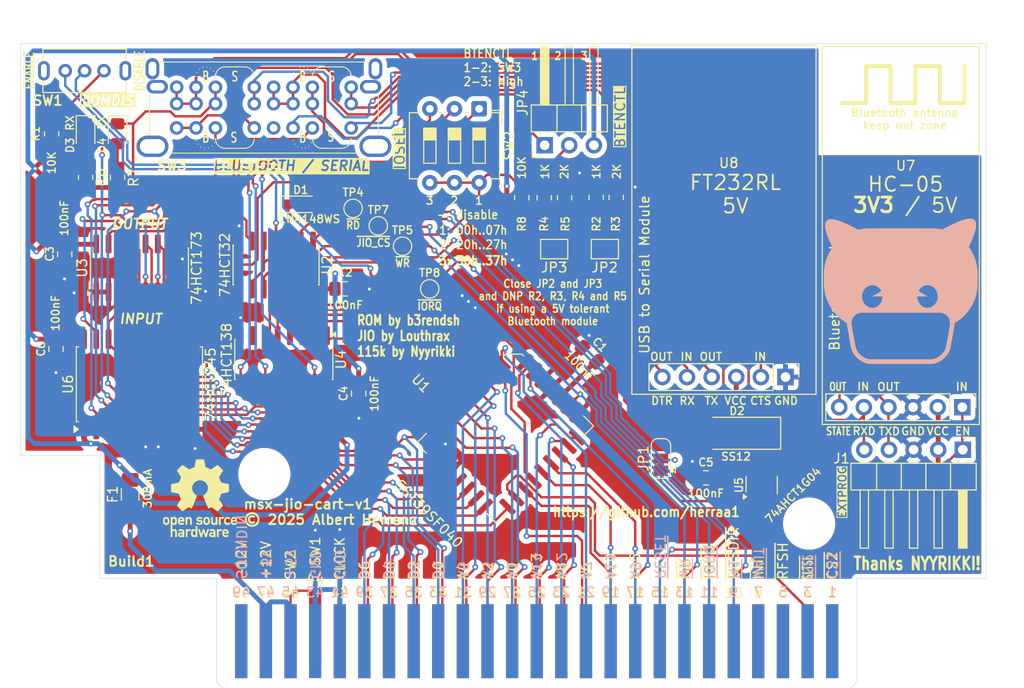
<source format=kicad_pcb>
(kicad_pcb (version 20241229) (generator "pcbnew") (generator_version "9.0")
  (title_block (title "msx-jio-cart-v1") (date "2025-12-02") (rev "Build1") (company "Albert Herranz"))
  (layers (0 "F.Cu" signal) (2 "B.Cu" signal) (13 "F.Paste" user) (15 "B.Paste" user) (5 "F.SilkS" user "F.Silkscreen") (7 "B.SilkS" user "B.Silkscreen") (1 "F.Mask" user) (3 "B.Mask" user) (25 "Edge.Cuts" user))
  (net 0 "")
  (net 1 "GND")
  (net 2 "A15")
  (net 3 "A11")
  (net 4 "Net-(CON1-SW1)")
  (net 5 "A0")
  (net 6 "~{RD}")
  (net 7 "~{WR}")
  (net 8 "~{IORQ}")
  (net 9 "~{WAIT}")
  (net 10 "~{SLTSL}")
  (net 11 "CLOCK")
  (net 12 "D0")
  (net 13 "D1")
  (net 14 "D2")
  (net 15 "D3")
  (net 16 "D4")
  (net 17 "D5")
  (net 18 "D6")
  (net 19 "D7")
  (net 20 "A1")
  (net 21 "A2")
  (net 22 "A3")
  (net 23 "A4")
  (net 24 "A5")
  (net 25 "A6")
  (net 26 "A7")
  (net 27 "A9")
  (net 28 "SOUNDIN")
  (net 29 "/CART_5V")
  (net 30 "A10")
  (net 31 "A12")
  (net 32 "A8")
  (net 33 "A14")
  (net 34 "A13")
  (net 35 "~{RESET}")
  (net 36 "~{INT}")
  (net 37 "~{MERQ}")
  (net 38 "~{RFSH}")
  (net 39 "~{CS1}")
  (net 40 "~{M1}")
  (net 41 "~{BUSDIR}")
  (net 42 "~{CS12}")
  (net 43 "~{CS2}")
  (net 44 "Net-(D1-K)")
  (net 49 "VCC")
  (net 50 "~{IOWR}")
  (net 52 "~{IORD}")
  (net 53 "/~{DIO}")
  (net 57 "BT_RX_3V3")
  (net 59 "Net-(SW1-A)")
  (net 60 "Net-(SW1-B)")
  (net 61 "BT_EN_3V3")
  (net 62 "SE_RX")
  (net 63 "BT_TX")
  (net 64 "SE_TX")
  (net 65 "BT_STATE")
  (net 66 "SE_DTR")
  (net 67 "SE_CTS")
  (net 68 "BT_RX_5V")
  (net 69 "BT_EN_5V")
  (net 70 "~{JIO_CS}")
  (net 71 "/CS2")
  (net 72 "/CS3")
  (net 73 "/CS1")
  (net 74 "TX")
  (net 75 "F1")
  (net 78 "RX")
  (net 79 "F2")
  (net 81 "Net-(D3-A)")
  (net 82 "Net-(D4-A)")
  (net 83 "/VCC_PROT")
  (net 85 "/RESET")
  (net 86 "Net-(JP1-C)")
  (net 87 "Net-(JP3-A)")
  (footprint "TestPoint:TestPoint_Pad_D1.5mm" (layer "F.Cu") (at 133.4 98.8)
    (property "Reference" "TP5")
    (property "Value" "~{WR}")
  )
  (footprint "My_Components:SW_SK-43D01-4P3T-Xmm" (layer "F.Cu") (at 119.1 84.5 180)
    (property "Reference" "SW3")
    (property "Value" "BLUETOOTH / SERIAL")
  )
  (footprint "Resistor_SMD:R_0805_2012Metric_Pad1.20x1.40mm_HandSolder" (layer "F.Cu") (at 155.446777 93.769026 90)
    (property "Reference" "R3")
    (property "Value" "2K")
  )
  (footprint "Capacitor_SMD:C_0805_2012Metric_Pad1.18x1.45mm_HandSolder" (layer "F.Cu") (at 152.7 110 135)
    (property "Reference" "C1")
    (property "Value" "100nF")
  )
  (footprint "Connector_PinHeader_2.54mm:PinHeader_1x05_P2.54mm_Horizontal" (layer "F.Cu") (at 191.2 119.8 -90)
    (property "Reference" "J1")
    (property "Value" "EXTPROG")
  )
  (footprint "Resistor_SMD:R_0805_2012Metric_Pad1.20x1.40mm_HandSolder" (layer "F.Cu") (at 153.371777 93.769026 -90)
    (property "Reference" "R2")
    (property "Value" "1K")
  )
  (footprint "Connector_PinHeader_2.54mm:PinHeader_1x03_P2.54mm_Horizontal" (layer "F.Cu") (at 148.06 88.385 90)
    (property "Reference" "JP4")
    (property "Value" "BTENCTL")
  )
  (footprint "Package_SO:SOIC-16_3.9x9.9mm_P1.27mm" (layer "F.Cu") (at 106.2525 101.0425 90)
    (property "Reference" "U3")
    (property "Value" "74HCT173")
  )
  (footprint "My_Components:CARTRIDGE_MSX_NOCUT" (layer "F.Cu") (at 147.245 138.915)
    (property "Reference" "CON1" (hide yes))
    (property "Value" "MSX-CONNECTOR" (hide yes))
  )
  (footprint "My_Components:FT232RL-MOD" (layer "F.Cu") (at 166.53 95.82 -90)
    (property "Reference" "U8")
    (property "Value" "FT232RL_MOD" (hide yes))
  )
  (footprint "Capacitor_SMD:C_0805_2012Metric_Pad1.18x1.45mm_HandSolder" (layer "F.Cu") (at 128.875 114 -90)
    (property "Reference" "C4")
    (property "Value" "100nF")
  )
  (footprint "Resistor_SMD:R_0805_2012Metric_Pad1.20x1.40mm_HandSolder" (layer "F.Cu") (at 104 91.7 -90)
    (property "Reference" "R7")
    (property "Value" "1K")
  )
  (footprint "LED_SMD:LED_0805_2012Metric_Pad1.15x1.40mm_HandSolder" (layer "F.Cu") (at 104 87.2 -90)
    (property "Reference" "D4")
    (property "Value" "TX")
  )
  (footprint "My_Components:HC05" (layer "F.Cu") (at 184.8 95.09 -90)
    (property "Reference" "U7")
    (property "Value" "HC05" (hide yes))
  )
  (footprint "Diode_SMD:D_SMA_Handsoldering" (layer "F.Cu") (at 167.9 118.1 180)
    (property "Reference" "D2")
    (property "Value" "SS12")
  )
  (footprint "Package_TO_SOT_SMD:SOT-23-5_HandSoldering" (layer "F.Cu") (at 170.45 123.45 90)
    (property "Reference" "U5")
    (property "Value" "74AHCT1G04")
  )
  (footprint "Symbol:OSHW-Logo_7.5x8mm_SilkScreen" (layer "F.Cu") (at 112.5 124.8)
    (property "Reference" "SYM1" (hide yes))
    (property "Value" "Logo_Open_Hardware_Large" (hide yes))
  )
  (footprint "Resistor_SMD:R_0805_2012Metric_Pad1.20x1.40mm_HandSolder" (layer "F.Cu") (at 145.7 93.8 -90)
    (property "Reference" "R8")
    (property "Value" "10K")
  )
  (footprint "Capacitor_SMD:C_0805_2012Metric_Pad1.18x1.45mm_HandSolder" (layer "F.Cu") (at 164.7 122.7 180)
    (property "Reference" "C5")
    (property "Value" "100nF")
  )
  (footprint "TestPoint:TestPoint_Pad_D1.5mm" (layer "F.Cu") (at 128.3 94.9)
    (property "Reference" "TP4")
    (property "Value" "~{RD}")
  )
  (footprint "Fuse:Fuse_1206_3216Metric_Pad1.42x1.75mm_HandSolder" (layer "F.Cu") (at 105.3 124.4 -90)
    (property "Reference" "F1")
    (property "Value" "300mA")
  )
  (footprint "TestPoint:TestPoint_Pad_D1.5mm" (layer "F.Cu") (at 136.2 103.2)
    (property "Reference" "TP8")
    (property "Value" "~{IORQ}")
  )
  (footprint "Button_Switch_THT:SW_DIP_SPSTx03_Slide_6.7x9.18mm_W7.62mm_P2.54mm_LowProfile" (layer "F.Cu") (at 141.3 84.625 -90)
    (property "Reference" "SW2")
    (property "Value" "IOSEL")
  )
  (footprint "Resistor_SMD:R_0805_2012Metric_Pad1.20x1.40mm_HandSolder" (layer "F.Cu") (at 100.7 91.7 -90)
    (property "Reference" "R6")
    (property "Value" "1K")
  )
  (footprint "Resistor_SMD:R_0805_2012Metric_Pad1.20x1.40mm_HandSolder" (layer "F.Cu") (at 150.115851 93.8 90)
    (property "Reference" "R5")
    (property "Value" "2K")
  )
  (footprint "Jumper:SolderJumper-2_P1.3mm_Open_TrianglePad1.0x1.5mm" (layer "F.Cu") (at 149.045 99.1)
    (property "Reference" "JP3")
    (property "Value" "JP3" (hide yes))
  )
  (footprint "Package_SO:SOIC-20W_7.5x12.8mm_P1.27mm" (layer "F.Cu") (at 106.2525 113.0425 90)
    (property "Reference" "U6")
    (property "Value" "74HCT245")
  )
  (footprint "Capacitor_SMD:C_0805_2012Metric_Pad1.18x1.45mm_HandSolder" (layer "F.Cu") (at 97.65 109.425 -90)
    (property "Reference" "C6")
    (property "Value" "100nF")
  )
  (footprint "Package_SO:SOIC-14_3.9x8.7mm_P1.27mm" (layer "F.Cu") (at 120.3525 100.7425 -90)
    (property "Reference" "U2")
    (property "Value" "74HCT32")
  )
  (footprint "Resistor_SMD:R_0805_2012Metric_Pad1.20x1.40mm_HandSolder" (layer "F.Cu") (at 97.2 87.2 90)
    (property "Reference" "R1")
    (property "Value" "10K")
  )
  (footprint "Diode_SMD:D_SOD-323_HandSoldering" (layer "F.Cu") (at 122.84 94.48)
    (property "Reference" "D1")
    (property "Value" "1N4148WS")
  )
  (footprint "My_Components:SW_SK-12D07G6-1P2T-6mm" (layer "F.Cu") (at 102.6 80.7 180)
    (property "Reference" "SW1")
    (property "Value" "ROMDIS")
  )
  (footprint "LED_SMD:LED_0805_2012Metric_Pad1.15x1.40mm_HandSolder" (layer "F.Cu") (at 100.7 87.2 -90)
    (property "Reference" "D3")
    (property "Value" "RX")
  )
  (footprint "Capacitor_SMD:C_0805_2012Metric_Pad1.18x1.45mm_HandSolder" (layer "F.Cu") (at 127.4625 103.2)
    (property "Reference" "C2")
    (property "Value" "100nF")
  )
  (footprint "My_Components:PLCC-32_11.4x14.0mm_P1.27mm-socket" (layer "F.Cu") (at 143.971081 118.240766 -45)
    (property "Reference" "U1")
    (property "Value" "SST39SF040")
  )
  (footprint "Resistor_SMD:R_0805_2012Metric_Pad1.20x1.40mm_HandSolder" (layer "F.Cu") (at 148.015851 93.8 -90)
    (property "Reference" "R4")
    (property "Value" "1K")
  )
  (footprint "Capacitor_SMD:C_0805_2012Metric_Pad1.18x1.45mm_HandSolder" (layer "F.Cu") (at 98.55 99.6425 -90)
    (property "Reference" "C3")
    (property "Value" "100nF")
  )
  (footprint "Jumper:SolderJumper-2_P1.3mm_Open_TrianglePad1.0x1.5mm" (layer "F.Cu") (at 154.275 99.1)
    (property "Reference" "JP2")
    (property "Value" "JP2" (hide yes))
  )
  (footprint "TestPoint:TestPoint_Pad_D1.5mm" (layer "F.Cu") (at 130.9 96.7)
    (property "Reference" "TP7")
    (property "Value" "~{JIO_CS}")
  )
  (footprint "Jumper:SolderJumper-3_P1.3mm_Bridged12_RoundedPad1.0x1.5mm" (layer "F.Cu") (at 160.0575 120.7 90)
    (property "Reference" "JP1")
    (property "Value" "SolderJumper_3_Bridged12" (hide yes))
  )
  (footprint "Package_SO:SOIC-16_3.9x9.9mm_P1.27mm" (layer "F.Cu") (at 121.1525 110.5 -90)
    (property "Reference" "U4")
    (property "Value" "74HCT138")
  )
  (footprint "My_Components:ahmsx-logo" (layer "B.Cu") (at 184.8 103.45 180)
    (property "Reference" "G***" (hide yes))
    (property "Value" "LOGO" (hide yes))
  )
  (gr_arc (start 122.107107 81.3) (mid 123.107107 80.3) (end 124.107107 81.3) (stroke (width 0.1) (type dot)) (layer "F.SilkS"))
  (gr_arc (start 117.099999 80.300001) (mid 117.807106 80.592894) (end 118.099999 81.300001) (stroke (width 0.1)) (layer "F.SilkS"))
  (gr_arc (start 118.099999 87.699999) (mid 117.807106 88.407106) (end 117.099999 88.699999) (stroke (width 0.1)) (layer "F.SilkS"))
  (gr_arc (start 124.100001 87.7) (mid 123.100001 88.7) (end 122.100001 87.7) (stroke (width 0.1) (type dot)) (layer "F.SilkS"))
  (gr_arc (start 114.1 87.7) (mid 113.1 88.7) (end 112.1 87.7) (stroke (width 0.1) (type dot)) (layer "F.SilkS"))
  (gr_arc (start 114.1 81.3) (mid 114.392893 80.592893) (end 115.1 80.3) (stroke (width 0.1)) (layer "F.SilkS"))
  (gr_arc (start 127.107106 80.300001) (mid 127.814213 80.592894) (end 128.107106 81.300001) (stroke (width 0.1)) (layer "F.SilkS"))
  (gr_arc (start 128.1 87.699999) (mid 127.807107 88.407107) (end 127.1 88.699999) (stroke (width 0.1)) (layer "F.SilkS"))
  (gr_line (start 115.1 80.3) (end 117.099999 80.300001) (stroke (width 0.1)) (layer "F.SilkS"))
  (gr_arc (start 124.107107 81.3) (mid 124.4 80.592893) (end 125.107107 80.3) (stroke (width 0.1)) (layer "F.SilkS"))
  (gr_arc (start 112.1 81.3) (mid 113.1 80.3) (end 114.1 81.3) (stroke (width 0.1) (type dot)) (layer "F.SilkS"))
  (gr_arc (start 115.1 88.7) (mid 114.392893 88.407107) (end 114.1 87.7) (stroke (width 0.1)) (layer "F.SilkS"))
  (gr_arc (start 125.100001 88.7) (mid 124.392894 88.407107) (end 124.100001 87.7) (stroke (width 0.1)) (layer "F.SilkS"))
  (gr_line (start 125.107107 80.3) (end 127.107106 80.300001) (stroke (width 0.1)) (layer "F.SilkS"))
  (gr_line (start 125.100001 88.7) (end 127.1 88.699999) (stroke (width 0.1)) (layer "F.SilkS"))
  (gr_line (start 115.1 88.7) (end 117.099999 88.699999) (stroke (width 0.1)) (layer "F.SilkS"))
  (gr_line (start 193.6 133.1) (end 193.6 77.9) (stroke (width 0.05)) (layer "Edge.Cuts"))
  (gr_line (start 114.855 144.395) (end 179.625 144.395) (stroke (width 0.05)) (layer "Edge.Cuts"))
  (gr_line (start 94 77.9) (end 193.6 77.9) (stroke (width 0.05)) (layer "Edge.Cuts"))
  (gr_line (start 180.265 133.1) (end 193.6 133.1) (stroke (width 0.05)) (layer "Edge.Cuts"))
  (gr_line (start 114.22 143.76) (end 114.855 144.395) (stroke (width 0.05)) (layer "Edge.Cuts"))
  (gr_line (start 102.16 133.1) (end 114.225 133.1) (stroke (width 0.05)) (layer "Edge.Cuts"))
  (gr_line (start 102.16 120.4) (end 102.16 133.1) (stroke (width 0.05)) (layer "Edge.Cuts"))
  (gr_line (start 180.265 143.76) (end 180.265 133.1) (stroke (width 0.05)) (layer "Edge.Cuts"))
  (gr_line (start 94 120.4) (end 102.16 120.4) (stroke (width 0.05)) (layer "Edge.Cuts"))
  (gr_line (start 179.625 144.395) (end 180.26 143.76) (stroke (width 0.05)) (layer "Edge.Cuts"))
  (gr_line (start 94 120.4) (end 94 77.9) (stroke (width 0.05)) (layer "Edge.Cuts"))
  (gr_line (start 114.225 133.1) (end 114.225 143.76) (stroke (width 0.05)) (layer "Edge.Cuts"))
  (gr_text "~{SLTSL}" (at 175.185 133.305 90) (layer "F.SilkS") (effects (font (size 1 0.58) (thickness 0.145) (bold yes)) (justify left)))
  (gr_text "ENABLE" (at 94.890128 80.683816 90) (layer "F.SilkS") (effects (font (size 1 0.7))))
  (gr_text "38" (at 132.005 134.575 0) (layer "F.SilkS") (effects (font (size 1 1))))
  (gr_text "CTS" (at 170.36 114.75 0) (layer "F.SilkS") (effects (font (size 0.8 0.8))))
  (gr_text "~{RD}" (at 162.485 133.305 90) (layer "F.SilkS") (effects (font (size 1 1)) (justify left)))
  (gr_text "42" (at 126.925 134.575 0) (layer "F.SilkS") (effects (font (size 1 1))))
  (gr_text "-12V" (at 116.765 133.305 90) (layer "F.SilkS") (effects (font (size 1 1)) (justify left)))
  (gr_text "A15" (at 157.405 133.305 90) (layer "F.SilkS") (effects (font (size 1 1)) (justify left)))
  (gr_text "D4" (at 132.005 133.305 90) (layer "F.SilkS") (effects (font (size 1 1)) (justify left)))
  (gr_text "~{RFSH}" (at 172.645 133.305 90) (layer "F.SilkS") (effects (font (size 1 1)) (justify left)))
  (gr_text "B" (at 113.1 81.3 0) (layer "F.SilkS") (effects (font (size 1 0.7))))
  (gr_text "USB to Serial Module" (at 158.365 101.74 90) (layer "F.SilkS") (effects (font (size 1 1))))
  (gr_text "S" (at 126 87.5 0) (layer "F.SilkS") (effects (font (size 1 0.7))))
  (gr_text "46" (at 121.845 134.575 0) (layer "F.SilkS") (effects (font (size 1 1))))
  (gr_text "30" (at 142.165 134.575 0) (layer "F.SilkS") (effects (font (size 1 1))))
  (gr_text "18" (at 157.405 134.575 0) (layer "F.SilkS") (effects (font (size 1 1))))
  (gr_text "SW2" (at 121.845 133.305 90) (layer "F.SilkS") (effects (font (size 1 1)) (justify left)))
  (gr_text "3" (at 136.2 94.1 0) (layer "F.SilkS") (effects (font (size 0.8 0.8))))
  (gr_text "~{CS2}" (at 177.725 133.305 90) (layer "F.SilkS") (effects (font (size 1 1)) (justify left)))
  (gr_text "10" (at 167.565 134.575 0) (layer "F.SilkS") (effects (font (size 1 1))))
  (gr_text "INPUT" (at 106.4 106.3 0) (layer "F.SilkS") (effects (font (size 1 1) (thickness 0.2) (bold yes) (italic yes))))
  (gr_text "TX" (at 165.26 114.75 0) (layer "F.SilkS") (effects (font (size 0.8 0.8))))
  (gr_text "4" (at 175.185 134.575 0) (layer "F.SilkS") (effects (font (size 1 1))))
  (gr_text "-: disable" (at 140.11 95.55 0) (layer "F.SilkS") (effects (font (size 0.9 0.8) (thickness 0.15) (bold yes))))
  (gr_text "1" (at 141.28 94.1 0) (layer "F.SilkS") (effects (font (size 0.8 0.8))))
  (gr_text "40" (at 129.465 134.575 0) (layer "F.SilkS") (effects (font (size 1 1))))
  (gr_text "A8" (at 149.785 133.305 90) (layer "F.SilkS") (effects (font (size 1 1)) (justify left)))
  (gr_text "GND" (at 172.96 114.75 0) (layer "F.SilkS") (effects (font (size 0.8 0.8))))
  (gr_text "OUT" (at 160.1 110.2 0) (layer "F.SilkS") (effects (font (size 0.8 0.8))))
  (gr_text "Close JP2 and JP3\nand DNP R2, R3, R4 and R5\nif using a 5V tolerant\nBluetooth module" (at 148.9 104.6 0) (layer "F.SilkS") (effects (font (size 0.8 0.7))))
  (gr_text "A2" (at 142.165 133.305 90) (layer "F.SilkS") (effects (font (size 1 1)) (justify left)))
  (gr_text "FT232RL\n5V" (at 167.74 93.44 0) (layer "F.SilkS") (effects (font (size 1.5 1.5) (thickness 0.1875))))
  (gr_text "EN" (at 191.19 117.89 0) (layer "F.SilkS") (effects (font (size 0.8 0.8))))
  (gr_text "© 2025 Albert Herranz" (at 116.9 127.6 0) (layer "F.SilkS") (effects (font (size 1 1) (thickness 0.2) (bold yes)) (justify left bottom)))
  (gr_text "DISABLE" (at 106.29253 80.692887 90) (layer "F.SilkS") (effects (font (size 1 0.7))))
  (gr_text "3V3" (at 181.995 94.555 0) (layer "F.SilkS") (effects (font (size 1.5 1.5) (thickness 0.3) (bold yes))))
  (gr_text "RX" (at 162.76 114.75 0) (layer "F.SilkS") (effects (font (size 0.8 0.8))))
  (gr_text "BTENCTL\n1-2: SW3\n2-3: High" (at 139.6 78.4 0) (layer "F.SilkS") (effects (font (size 0.9 0.8) (thickness 0.15) (bold yes)) (justify left top)))
  (gr_text "32" (at 139.625 134.575 0) (layer "F.SilkS") (effects (font (size 1 1))))
  (gr_text "VCC" (at 167.76 114.75 0) (layer "F.SilkS") (effects (font (size 0.8 0.8))))
  (gr_text "14" (at 162.485 134.575 0) (layer "F.SilkS") (effects (font (size 1 1))))
  (gr_text "2" (at 177.725 134.575 0) (layer "F.SilkS") (effects (font (size 1 1))))
  (gr_text "IN" (at 162.7 110.2 0) (layer "F.SilkS") (effects (font (size 0.8 0.8))))
  (gr_text "D0" (at 137.085 133.305 90) (layer "F.SilkS") (effects (font (size 1 1)) (justify left)))
  (gr_text "A4" (at 139.625 133.305 90) (layer "F.SilkS") (effects (font (size 1 1)) (justify left)))
  (gr_text "S" (at 126.1 81.3 0) (layer "F.SilkS") (effects (font (size 1 0.7))))
  (gr_text "IN" (at 191.1 113.3 0) (layer "F.SilkS") (effects (font (size 0.8 0.8))))
  (gr_text "12" (at 165.025 134.575 0) (layer "F.SilkS") (effects (font (size 1 1))))
  (gr_text "3: 30h..37h" (at 140.7 100.3 0) (layer "F.SilkS") (effects (font (size 0.9 0.8) (thickness 0.2) (bold yes))))
  (gr_text "Thanks NYYRIKKI!" (at 179.8 132.3 0) (layer "F.SilkS") (effects (font (size 1.3 1) (thickness 0.25) (bold yes)) (justify left bottom)))
  (gr_text "SW1" (at 124.398593 131.88658 90) (layer "F.SilkS") (effects (font (size 1 1)) (justify left)))
  (gr_text "https://github.com/herraa1" (at 148.8 126.8 0) (layer "F.SilkS") (effects (font (size 1 0.9) (thickness 0.2) (bold yes)) (justify left bottom)))
  (gr_text "S" (at 116 87.6 0) (layer "F.SilkS") (effects (font (size 1 0.7))))
  (gr_text "/ 5V" (at 187.95 94.58 0) (layer "F.SilkS") (effects (font (size 1.5 1.5) (thickness 0.1875))))
  (gr_text "OUT" (at 178.3 113.3 0) (layer "F.SilkS") (effects (font (size 0.8 0.6))))
  (gr_text "2: 20h..27h" (at 140.7 98.65 0) (layer "F.SilkS") (effects (font (size 0.9 0.8) (thickness 0.15) (bold yes))))
  (gr_text "ROM by b3rendsh\nJIO by Louthrax\n115k by Nyyrikki\n" (at 128.6 110.25 0) (layer "F.SilkS") (effects (font (size 1 0.8) (thickness 0.2) (bold yes)) (justify left bottom)))
  (gr_text "OUTPUT" (at 106.3 96.5 0) (layer "F.SilkS") (effects (font (size 1 1) (thickness 0.2) (bold yes) (italic yes))))
  (gr_text "1" (at 146.6 78.7 0) (layer "F.SilkS") (effects (font (size 0.8 0.7)) (justify left top)))
  (gr_text "${TITLE}" (at 116.9 126 0) (layer "F.SilkS") (effects (font (size 1 1) (thickness 0.2) (bold yes)) (justify left bottom)))
  (gr_text "44" (at 124.398593 133.17158 0) (layer "F.SilkS") (effects (font (size 1 1))))
  (gr_text "IN" (at 170.3 110.2 0) (layer "F.SilkS") (effects (font (size 0.8 0.8))))
  (gr_text "${REVISION}" (at 102.9 131.9 0) (layer "F.SilkS") (effects (font (size 1 1) (thickness 0.2)) (justify left bottom)))
  (gr_text "16" (at 159.945 134.575 0) (layer "F.SilkS") (effects (font (size 1 1))))
  (gr_text "VCC" (at 188.63 117.89 0) (layer "F.SilkS") (effects (font (size 0.8 0.8))))
  (gr_text "HC-05" (at 185.29 92.41 0) (layer "F.SilkS") (effects (font (size 1.5 1.5) (thickness 0.1875))))
  (gr_text "B" (at 113.1 87.6 0) (layer "F.SilkS") (effects (font (size 1 0.7))))
  (gr_text "50" (at 116.765 134.575 0) (layer "F.SilkS") (effects (font (size 1 1))))
  (gr_text "D2" (at 134.545 133.305 90) (layer "F.SilkS") (effects (font (size 1 1)) (justify left)))
  (gr_text "OUT" (at 183.527613 113.310686 0) (layer "F.SilkS") (effects (font (size 0.8 0.8))))
  (gr_text "8" (at 170.105 134.575 0) (layer "F.SilkS") (effects (font (size 1 1))))
  (gr_text "A13" (at 147.245 133.305 90) (layer "F.SilkS") (effects (font (size 1 1)) (justify left)))
  (gr_text "Bluetooth Module" (at 177.97 103.005 90) (layer "F.SilkS") (effects (font (size 1 1))))
  (gr_text "RXD" (at 181.017613 117.875686 0) (layer "F.SilkS") (effects (font (size 0.8 0.8))))
  (gr_text "1: 00h..07h" (at 140.7 97.15 0) (layer "F.SilkS") (effects (font (size 0.9 0.8) (thickness 0.15) (bold yes))))
  (gr_text "STATE" (at 178.39 117.89 0) (layer "F.SilkS") (effects (font (size 0.8 0.6))))
  (gr_text "DTR" (at 160.16 114.75 0) (layer "F.SilkS") (effects (font (size 0.8 0.8))))
  (gr_text "S" (at 116.1 81.3 0) (layer "F.SilkS") (effects (font (size 1 0.7))))
  (gr_text "~{INT}" (at 170.105 133.305 90) (layer "F.SilkS") (effects (font (size 1 1)) (justify left)))
  (gr_text "CLOCK" (at 126.925 133.305 90) (layer "F.SilkS") (effects (font (size 1 0.9)) (justify left)))
  (gr_text "~{MERQ}" (at 165.025 133.305 90) (layer "F.SilkS") (effects (font (size 1 0.85)) (justify left)))
  (gr_text "GND" (at 186.07 117.89 0) (layer "F.SilkS") (effects (font (size 0.8 0.8))))
  (gr_text "OUT" (at 165.2 110.2 0) (layer "F.SilkS") (effects (font (size 0.8 0.8))))
  (gr_text "2" (at 149 78.7 0) (layer "F.SilkS") (effects (font (size 0.8 0.7)) (justify left top)))
  (gr_text "A10" (at 154.865 133.305 90) (layer "F.SilkS") (effects (font (size 1 1)) (justify left)))
  (gr_text "A6" (at 152.325 133.305 90) (layer "F.SilkS") (effects (font (size 1 1)) (justify left)))
  (gr_text "B" (at 123.1 81.3 0) (layer "F.SilkS") (effects (font (size 1 0.7))))
  (gr_text "24" (at 149.785 134.575 0) (layer "F.SilkS") (effects (font (size 1 1))))
  (gr_text "3" (at 151.7 78.7 0) (layer "F.SilkS") (effects (font (size 0.8 0.7)) (justify left top)))
  (gr_text "D6" (at 129.465 133.305 90) (layer "F.SilkS") (effects (font (size 1 1)) (justify left)))
  (gr_text "26" (at 147.245 134.575 0) (layer "F.SilkS") (effects (font (size 1 1))))
  (gr_text "+12V" (at 119.305 133.305 90) (layer "F.SilkS") (effects (font (size 1 1)) (justify left)))
  (gr_text "28" (at 144.705 134.575 0) (layer "F.SilkS") (effects (font (size 1 1))))
  (gr_text "36" (at 134.545 134.575 0) (layer "F.SilkS") (effects (font (size 1 1))))
  (gr_text "48" (at 119.305 134.575 0) (layer "F.SilkS") (effects (font (size 1 1))))
  (gr_text "~{BUSDIR}" (at 167.565 133.305 90) (layer "F.SilkS") (effects (font (size 1 1)) (justify left)))
  (gr_text "2" (at 138.74 94.1 0) (layer "F.SilkS") (effects (font (size 0.8 0.8))))
  (gr_text "34" (at 137.085 134.575 0) (layer "F.SilkS") (effects (font (size 1 1))))
  (gr_text "20" (at 154.865 134.575 0) (layer "F.SilkS") (effects (font (size 1 1))))
  (gr_text "Bluetooth antenna\nkeep out zone" (at 185.22 85.68 0) (layer "F.SilkS") (effects (font (size 0.8 0.8))))
  (gr_text "TXD" (at 183.617613 117.900686 0) (layer "F.SilkS") (effects (font (size 0.8 0.8))))
  (gr_text "22" (at 152.325 134.575 0) (layer "F.SilkS") (effects (font (size 1 1))))
  (gr_text "A0" (at 144.705 133.305 90) (layer "F.SilkS") (effects (font (size 1 1)) (justify left)))
  (gr_text "6" (at 172.645 134.575 0) (layer "F.SilkS") (effects (font (size 1 1))))
  (gr_text "IN" (at 180.927613 113.285686 0) (layer "F.SilkS") (effects (font (size 0.8 0.8))))
  (gr_text "B" (at 123.1 87.6 0) (layer "F.SilkS") (effects (font (size 1 0.7))))
  (gr_text "GND" (at 124.385 133.227 -90) (layer "B.SilkS") (effects (font (size 1 1)) (justify left mirror)))
  (gr_text "11" (at 165.025 134.497 0) (layer "B.SilkS") (effects (font (size 1 1)) (justify mirror)))
  (gr_text "27" (at 144.705 134.497 0) (layer "B.SilkS") (effects (font (size 1 1)) (justify mirror)))
  (gr_text "~{WR}" (at 162.485 133.227 270) (layer "B.SilkS") (effects (font (size 1 1)) (justify left mirror)))
  (gr_text "43" (at 124.385 134.512 0) (layer "B.SilkS") (effects (font (size 1 1)) (justify mirror)))
  (gr_text "45" (at 121.845 134.497 0) (layer "B.SilkS") (effects (font (size 1 1)) (justify mirror)))
  (gr_text "A11" (at 154.865 133.227 -90) (layer "B.SilkS") (effects (font (size 1 1)) (justify left mirror)))
  (gr_text "A3" (at 142.165 133.227 -90) (layer "B.SilkS") (effects (font (size 1 1)) (justify left mirror)))
  (gr_text "~{CS1}" (at 177.725 133.227 270) (layer "B.SilkS") (effects (font (size 1 1)) (justify left mirror)))
  (gr_text "A12" (at 149.785 133.227 -90) (layer "B.SilkS") (effects (font (size 1 1)) (justify left mirror)))
  (gr_text "15" (at 159.945 134.497 0) (layer "B.SilkS") (effects (font (size 1 1)) (justify mirror)))
  (gr_text "~{M1}" (at 167.565 133.227 270) (layer "B.SilkS") (effects (font (size 1 1)) (justify left mirror)))
  (gr_text "13" (at 162.485 134.497 0) (layer "B.SilkS") (effects (font (size 1 1)) (justify mirror)))
  (gr_text "A14" (at 147.245 133.227 -90) (layer "B.SilkS") (effects (font (size 1 1)) (justify left mirror)))
  (gr_text "~{IORQ}" (at 165.025 133.227 270) (layer "B.SilkS") (effects (font (size 1 1)) (justify left mirror)))
  (gr_text "A1" (at 144.705 133.227 -90) (layer "B.SilkS") (effects (font (size 1 1)) (justify left mirror)))
  (gr_text "9" (at 167.565 134.497 0) (layer "B.SilkS") (effects (font (size 1 1)) (justify mirror)))
  (gr_text "D7" (at 129.465 133.227 -90) (layer "B.SilkS") (effects (font (size 1 1)) (justify left mirror)))
  (gr_text "39" (at 129.465 134.497 0) (layer "B.SilkS") (effects (font (size 1 1)) (justify mirror)))
  (gr_text "17" (at 157.405 134.497 0) (layer "B.SilkS") (effects (font (size 1 1)) (justify mirror)))
  (gr_text "~{CS12}" (at 175.185 133.227 270) (layer "B.SilkS") (effects (font (size 1 0.65) (thickness 0.145)) (justify left mirror)))
  (gr_text "23" (at 149.785 134.497 0) (layer "B.SilkS") (effects (font (size 1 1)) (justify mirror)))
  (gr_text "19" (at 154.865 134.497 0) (layer "B.SilkS") (effects (font (size 1 1)) (justify mirror)))
  (gr_text "31" (at 139.625 134.497 0) (layer "B.SilkS") (effects (font (size 1 1)) (justify mirror)))
  (gr_text "21" (at 152.325 134.497 0) (layer "B.SilkS") (effects (font (size 1 1)) (justify mirror)))
  (gr_text "37" (at 132.005 134.497 0) (layer "B.SilkS") (effects (font (size 1 1)) (justify mirror)))
  (gr_text "~{RESET}" (at 159.945 133.227 270) (layer "B.SilkS") (effects (font (size 1 1)) (justify left mirror)))
  (gr_text "A7" (at 152.325 133.227 -90) (layer "B.SilkS") (effects (font (size 1 1)) (justify left mirror)))
  (gr_text "D3" (at 134.545 133.227 -90) (layer "B.SilkS") (effects (font (size 1 1)) (justify left mirror)))
  (gr_text "SOUNDIN" (at 116.765 133.227 270) (layer "B.SilkS") (effects (font (size 1 1)) (justify left mirror)))
  (gr_text "25" (at 147.245 134.497 0) (layer "B.SilkS") (effects (font (size 1 1)) (justify mirror)))
  (gr_text "35" (at 134.545 134.497 0) (layer "B.SilkS") (effects (font (size 1 1)) (justify mirror)))
  (gr_text "29" (at 142.165 134.497 0) (layer "B.SilkS") (effects (font (size 1 1)) (justify mirror)))
  (gr_text "49" (at 116.765 134.497 0) (layer "B.SilkS") (effects (font (size 1 1)) (justify mirror)))
  (gr_text "D1" (at 137.085 133.227 -90) (layer "B.SilkS") (effects (font (size 1 1)) (justify left mirror)))
  (gr_text "7" (at 170.105 134.497 0) (layer "B.SilkS") (effects (font (size 1 1)) (justify mirror)))
  (gr_text "A9" (at 157.405 133.227 -90) (layer "B.SilkS") (effects (font (size 1 1)) (justify left mirror)))
  (gr_text "33" (at 137.085 134.497 0) (layer "B.SilkS") (effects (font (size 1 1)) (justify mirror)))
  (gr_text "D5" (at 132.005 133.227 -90) (layer "B.SilkS") (effects (font (size 1 1)) (justify left mirror)))
  (gr_text "+5V" (at 119.305 133.227 270) (layer "B.SilkS") (effects (font (size 1 1)) (justify left mirror)))
  (gr_text "5" (at 172.645 134.497 0) (layer "B.SilkS") (effects (font (size 1 1)) (justify mirror)))
  (gr_text "3" (at 175.185 134.497 0) (layer "B.SilkS") (effects (font (size 1 1)) (justify mirror)))
  (gr_text "~{WAIT}" (at 170.105 133.227 270) (layer "B.SilkS") (effects (font (size 1 1)) (justify left mirror)))
  (gr_text "47" (at 119.305 134.497 0) (layer "B.SilkS") (effects (font (size 1 1)) (justify mirror)))
  (gr_text "GND" (at 126.925 133.227 -90) (layer "B.SilkS") (effects (font (size 1 1)) (justify left mirror)))
  (gr_text "+5V" (at 121.845 133.227 270) (layer "B.SilkS") (effects (font (size 1 1)) (justify left mirror)))
  (gr_text "41" (at 126.925 134.497 0) (layer "B.SilkS") (effects (font (size 1 1)) (justify mirror)))
  (gr_text "A5" (at 139.625 133.227 -90) (layer "B.SilkS") (effects (font (size 1 1)) (justify left mirror)))
  (gr_text "1" (at 177.725 134.497 0) (layer "B.SilkS") (effects (font (size 1 1)) (justify mirror)))
  (segment (start 109.4275 97.346) (end 109.52 97.2535) (width 0.5) (layer "F.Cu") (net 1))
  (segment (start 110.5635 97.2535) (end 110.7 97.39) (width 0.5) (layer "F.Cu") (net 1))
  (segment (start 109.4275 98.5675) (end 109.4275 97.346) (width 0.5) (layer "F.Cu") (net 1))
  (segment (start 109.52 97.2535) (end 110.5635 97.2535) (width 0.5) (layer "F.Cu") (net 1))
  (segment (start 106.8875 116.7875) (end 106.8875 117.6925) (width 0.25) (layer "F.Cu") (net 1))
  (segment (start 110.7 97.39) (end 110.7 97.575) (width 0.5) (layer "F.Cu") (net 1))
  (segment (start 110.6975 97.5775) (end 110.6975 98.5675) (width 0.5) (layer "F.Cu") (net 1))
  (segment (start 110.7 97.575) (end 110.6975 97.5775) (width 0.5) (layer "F.Cu") (net 1))
  (via (at 137.825 119.2) (size 0.6) (drill 0.3) (layers "F.Cu" "B.Cu") (net 1))
  (via (at 98.525 102.175) (size 0.6) (drill 0.3) (layers "F.Cu" "B.Cu") (net 1))
  (via (at 124.4 128.1) (size 0.6) (drill 0.3) (layers "F.Cu" "B.Cu") (net 1))
  (via (at 106.9 119.5) (size 0.6) (drill 0.3) (layers "F.Cu" "B.Cu") (net 1))
  (via (at 97.65 111.85) (size 0.6) (drill 0.3) (layers "F.Cu" "B.Cu") (net 1))
  (via (at 144.1 99.6) (size 0.6) (drill 0.3) (layers "F.Cu" "B.Cu") (net 1))
  (via (at 163.3 121) (size 0.6) (drill 0.3) (layers "F.Cu" "B.Cu") (net 1))
  (via (at 112 119.675) (size 0.6) (drill 0.3) (layers "F.Cu" "B.Cu") (net 1))
  (via (at 139.55 103.9) (size 0.6) (drill 0.3) (layers "F.Cu" "B.Cu") (net 1))
  (via (at 151.66 91.24) (size 0.6) (drill 0.3) (layers "F.Cu" "B.Cu") (net 1))
  (via (at 108.2 119.5) (size 0.6) (drill 0.3) (layers "F.Cu" "B.Cu") (net 1))
  (via (at 128.9 116.55) (size 0.6) (drill 0.3) (layers "F.Cu" "B.Cu") (net 1))
  (via (at 157.4 92.7) (size 0.6) (drill 0.3) (layers "F.Cu" "B.Cu") (net 1))
  (via (at 140.2 104.5) (size 0.6) (drill 0.3) (layers "F.Cu" "B.Cu") (net 1))
  (via (at 129.975 103.225) (size 0.6) (drill 0.3) (layers "F.Cu" "B.Cu") (net 1))
  (via (at 116.54 96.7) (size 0.6) (drill 0.3) (layers "F.Cu" "B.Cu") (net 1))
  (via (at 116.7 106.175) (size 0.6) (drill 0.3) (layers "F.Cu" "B.Cu") (net 1))
  (via (at 99.52 103.62) (size 0.6) (drill 0.3) (layers "F.Cu" "B.Cu") (net 1))
  (via (at 152.65 108) (size 0.6) (drill 0.3) (layers "F.Cu" "B.Cu") (net 1))
  (via (at 126.925 128.025) (size 0.6) (drill 0.3) (layers "F.Cu" "B.Cu") (net 1))
  (via (at 145.4 100.8) (size 0.6) (drill 0.3) (layers "F.Cu" "B.Cu") (net 1))
  (via (at 144.75 100.2) (size 0.6) (drill 0.3) (layers "F.Cu" "B.Cu") (net 1))
  (via (at 110.69 100.12) (size 0.6) (drill 0.3) (layers "F.Cu" "B.Cu") (net 1))
  (via (at 140.9 105.15) (size 0.6) (drill 0.3) (layers "F.Cu" "B.Cu") (net 1))
  (via (at 113.075 103.45) (size 0.6) (drill 0.3) (layers "F.Cu" "B.Cu") (net 1))
  (segment (start 124.385 134.750032) (end 124.916032 134.219) (width 0.5) (layer "B.Cu") (net 1))
  (segment (start 124.385 139.55) (end 124.385 128.115) (width 0.5) (layer "B.Cu") (net 1))
  (segment (start 126.925 139.55) (end 126.925 128.025) (width 0.5) (layer "B.Cu") (net 1))
  (segment (start 124.385 139.55) (end 124.385 134.750032) (width 0.5) (layer "B.Cu") (net 1))
  (segment (start 126.393968 134.219) (end 126.925 134.750032) (width 0.5) (layer "B.Cu") (net 1))
  (segment (start 124.916032 134.219) (end 126.393968 134.219) (width 0.5) (layer "B.Cu") (net 1))
  (segment (start 124.385 128.115) (end 124.4 128.1) (width 0.5) (layer "B.Cu") (net 1))
  (segment (start 126.925 134.750032) (end 126.925 139.55) (width 0.5) (layer "B.Cu") (net 1))
  (segment (start 157.405 139.55) (end 157.405 132.995) (width 0.25) (layer "F.Cu") (net 2))
  (segment (start 146.6 112.019744) (end 147.009872 111.609872) (width 0.25) (layer "F.Cu") (net 2))
  (segment (start 157.405 132.995) (end 158.7 131.7) (width 0.25) (layer "F.Cu") (net 2))
  (segment (start 146.6 113.5) (end 146.6 112.019744) (width 0.25) (layer "F.Cu") (net 2))
  (via (at 158.7 131.7) (size 0.6) (drill 0.3) (layers "F.Cu" "B.Cu") (net 2))
  (via (at 146.6 113.5) (size 0.6) (drill 0.3) (layers "F.Cu" "B.Cu") (net 2))
  (segment (start 158.7 131.7) (end 158.7 125.6) (width 0.25) (layer "B.Cu") (net 2))
  (segment (start 158.7 125.6) (end 146.6 113.5) (width 0.25) (layer "B.Cu") (net 2))
  (segment (start 147.904362 122.204362) (end 147.904362 122.174047) (width 0.25) (layer "F.Cu") (net 3))
  (segment (start 154.865 125.715) (end 152.6 123.45) (width 0.25) (layer "F.Cu") (net 3))
  (segment (start 154.865 129.9) (end 154.865 125.715) (width 0.25) (layer "F.Cu") (net 3))
  (segment (start 152.6 123.45) (end 149.15 123.45) (width 0.25) (layer "F.Cu") (net 3))
  (segment (start 149.15 123.45) (end 147.904362 122.204362) (width 0.25) (layer "F.Cu") (net 3))
  (via (at 154.865 129.9) (size 0.6) (drill 0.3) (layers "F.Cu" "B.Cu") (net 3))
  (segment (start 154.865 139.55) (end 154.865 129.9) (width 0.25) (layer "B.Cu") (net 3))
  (segment (start 124.044 134.344) (end 124.385 134.685) (width 0.25) (layer "F.Cu") (net 4))
  (segment (start 121.845 139.55) (end 121.845 134.926808) (width 0.25) (layer "F.Cu") (net 4))
  (segment (start 124.385 134.685) (end 124.385 138.28) (width 0.25) (layer "F.Cu") (net 4))
  (segment (start 121.845 134.926808) (end 122.427808 134.344) (width 0.25) (layer "F.Cu") (net 4))
  (segment (start 122.427808 134.344) (end 124.044 134.344) (width 0.25) (layer "F.Cu") (net 4))
  (segment (start 144.648 119.6) (end 139.942162 119.6) (width 0.25) (layer "F.Cu") (net 5))
  (segment (start 139.942162 119.6) (end 137.343723 117.001561) (width 0.25) (layer "F.Cu") (net 5))
  (segment (start 137.343723 116.818723) (end 137.343723 117.001561) (width 0.25) (layer "F.Cu") (net 5))
  (segment (start 144.75 119.55) (end 144.698 119.55) (width 0.25) (layer "F.Cu") (net 5))
  (segment (start 144.705 139.55) (end 145.05 139.205) (width 0.25) (layer "F.Cu") (net 5))
  (segment (start 145.05 132.85) (end 146 131.9) (width 0.25) (layer "F.Cu") (net 5))
  (segment (start 144.698 119.55) (end 144.648 119.6) (width 0.25) (layer "F.Cu") (net 5))
  (segment (start 145.05 139.205) (end 145.05 132.85) (width 0.25) (layer "F.Cu") (net 5))
  (segment (start 146 131.9) (end 146.1 131.8) (width 0.25) (layer "F.Cu") (net 5))
  (via (at 146 131.9) (size 0.6) (drill 0.3) (layers "F.Cu" "B.Cu") (net 5))
  (via (at 144.75 119.55) (size 0.6) (drill 0.3) (layers "F.Cu" "B.Cu") (net 5))
  (segment (start 145.3 120.1) (end 145.3 131.2) (width 0.25) (layer "B.Cu") (net 5))
  (segment (start 145.3 131.2) (end 146 131.9) (width 0.25) (layer "B.Cu") (net 5))
  (segment (start 144.75 119.55) (end 145.3 120.1) (width 0.25) (layer "B.Cu") (net 5))
  (segment (start 123.65 96.525) (end 122.8925 97.2825) (width 0.25) (layer "F.Cu") (net 6))
  (segment (start 122.8925 98.649822) (end 121.973822 99.5685) (width 0.25) (layer "F.Cu") (net 6))
  (segment (start 122.8925 98.2675) (end 122.8925 98.649822) (width 0.25) (layer "F.Cu") (net 6))
  (segment (start 120.3525 96.4) (end 120.3525 98.2675) (width 0.25) (layer "F.Cu") (net 6))
  (segment (start 126.069 94.931) (end 124.475 96.525) (width 0.25) (layer "F.Cu") (net 6))
  (segment (start 120.678501 99.5685) (end 120.3525 99.242499) (width 0.25) (layer "F.Cu") (net 6))
  (segment (start 120.3525 99.242499) (end 120.3525 98.2675) (width 0.25) (layer "F.Cu") (net 6))
  (segment (start 124.475 96.525) (end 123.65 96.525) (width 0.25) (layer "F.Cu") (net 6))
  (segment (start 162.485 139.55) (end 162.485 132.965) (width 0.25) (layer "F.Cu") (net 6))
  (segment (start 136.2 96.8) (end 134.92 96.8) (width 0.25) (layer "F.Cu") (net 6))
  (segment (start 121.973822 99.5685) (end 120.678501 99.5685) (width 0.25) (layer "F.Cu") (net 6))
  (segment (start 122.8925 97.2825) (end 122.8925 98.2675) (width 0.25) (layer "F.Cu") (net 6))
  (segment (start 133.051 94.931) (end 126.069 94.931) (width 0.25) (layer "F.Cu") (net 6))
  (segment (start 162.485 132.965) (end 163.8 131.65) (width 0.25) (layer "F.Cu") (net 6))
  (segment (start 134.92 96.8) (end 133.051 94.931) (width 0.25) (layer "F.Cu") (net 6))
  (via (at 163.8 131.65) (size 0.6) (drill 0.3) (layers "F.Cu" "B.Cu") (net 6))
  (via (at 136.2 96.8) (size 0.6) (drill 0.3) (layers "F.Cu" "B.Cu") (net 6))
  (via (at 120.3525 96.4) (size 0.6) (drill 0.3) (layers "F.Cu" "B.Cu") (net 6))
  (segment (start 136.2 96.8) (end 136.2 97.65) (width 0.25) (layer "B.Cu") (net 6))
  (segment (start 152.825 114.521074) (end 153.889463 115.585537) (width 0.25) (layer "B.Cu") (net 6))
  (segment (start 151.990942 113.440942) (end 151.992356 113.440942) (width 0.25) (layer "B.Cu") (net 6))
  (segment (start 152.825 114.275) (end 152.825 114.521074) (width 0.25) (layer "B.Cu") (net 6))
  (segment (start 153.889463 116.939463) (end 163.8 126.85) (width 0.25) (layer "B.Cu") (net 6))
  (segment (start 152.359058 113.807644) (end 152.359058 113.809058) (width 0.25) (layer "B.Cu") (net 6))
  (segment (start 151.992356 113.440942) (end 152.359058 113.807644) (width 0.25) (layer "B.Cu") (net 6))
  (segment (start 119.251 90.851) (end 120.3525 91.9525) (width 0.25) (layer "B.Cu") (net 6))
  (segment (start 105.351 90.851) (end 119.251 90.851) (width 0.25) (layer "B.Cu") (net 6))
  (segment (start 104.549 88.18681) (end 104.549 90.049) (width 0.25) (layer "B.Cu") (net 6))
  (segment (start 152.359058 113.809058) (end 152.825 114.275) (width 0.25) (layer "B.Cu") (net 6))
  (segment (start 136.2 97.65) (end 151.990942 113.440942) (width 0.25) (layer "B.Cu") (net 6))
  (segment (start 98.6 82.23781) (end 104.549 88.18681) (width 0.25) (layer "B.Cu") (net 6))
  (segment (start 104.549 90.049) (end 105.351 90.851) (width 0.25) (layer "B.Cu") (net 6))
  (segment (start 153.889463 115.585537) (end 153.889463 116.939463) (width 0.25) (layer "B.Cu") (net 6))
  (segment (start 120.3525 91.9525) (end 120.3525 96.4) (width 0.25) (layer "B.Cu") (net 6))
  (segment (start 98.6 80.7) (end 98.6 82.23781) (width 0.25) (layer "B.Cu") (net 6))
  (segment (start 163.8 126.85) (end 163.8 131.65) (width 0.25) (layer "B.Cu") (net 6))
  (segment (start 151.733058 114.066942) (end 150.601975 115.198025) (width 0.25) (layer "F.Cu") (net 7))
  (segment (start 136.6875 99.2375) (end 136.25 98.8) (width 0.25) (layer "F.Cu") (net 7))
  (segment (start 123.3 100.8) (end 120.275 100.8) (width 0.25) (layer "F.Cu") (net 7))
  (segment (start 119.0825 101.9925) (end 119.0825 103.2175) (width 0.25) (layer "F.Cu") (net 7))
  (segment (start 125.3 98.8) (end 123.3 100.8) (width 0.25) (layer "F.Cu") (net 7))
  (segment (start 136.25 98.8) (end 125.3 98.8) (width 0.25) (layer "F.Cu") (net 7))
  (segment (start 150.601975 115.198025) (end 150.601975 115.201975) (width 0.25) (layer "F.Cu") (net 7))
  (segment (start 120.275 100.8) (end 119.0825 101.9925) (width 0.25) (layer "F.Cu") (net 7))
  (via (at 136.6875 99.2375) (size 0.6) (drill 0.3) (layers "F.Cu" "B.Cu") (net 7))
  (via (at 151.733058 114.066942) (size 0.6) (drill 0.3) (layers "F.Cu" "B.Cu") (net 7))
  (segment (start 136.6875 99.2375) (end 151.516942 114.066942) (width 0.25) (layer "B.Cu") (net 7))
  (segment (start 162.5 126.2) (end 153.433058 117.133058) (width 0.25) (layer "B.Cu") (net 7))
  (segment (start 162.485 139.55) (end 162.485 130.115) (width 0.25) (layer "B.Cu") (net 7))
  (segment (start 162.5 130.1) (end 162.5 126.2) (width 0.25) (layer "B.Cu") (net 7))
  (segment (start 153.433058 115.766942) (end 151.733058 114.066942) (width 0.25) (layer "B.Cu") (net 7))
  (segment (start 162.485 130.115) (end 162.5 130.1) (width 0.25) (layer "B.Cu") (net 7))
  (segment (start 151.516942 114.066942) (end 151.733058 114.066942) (width 0.25) (layer "B.Cu") (net 7))
  (segment (start 153.433058 117.133058) (end 153.433058 115.766942) (width 0.25) (layer "B.Cu") (net 7))
  (segment (start 125.025 100.475) (end 122.8925 102.6075) (width 0.25) (layer "F.Cu") (net 8))
  (segment (start 140.7375 101.1625) (end 140.05 100.475) (width 0.25) (layer "F.Cu") (net 8))
  (segment (start 136.2 103.2) (end 133.475 100.475) (width 0.25) (layer "F.Cu") (net 8))
  (segment (start 122.8925 102.6075) (end 122.8925 103.2175) (width 0.25) (layer "F.Cu") (net 8))
  (segment (start 138.925 100.475) (end 136.2 103.2) (width 0.25) (layer "F.Cu") (net 8))
  (segment (start 133.475 100.475) (end 125.025 100.475) (width 0.25) (layer "F.Cu") (net 8))
  (segment (start 140.05 100.475) (end 138.925 100.475) (width 0.25) (layer "F.Cu") (net 8))
  (via (at 140.7375 101.1625) (size 0.6) (drill 0.3) (layers "F.Cu" "B.Cu") (net 8))
  (segment (start 140.7375 101.1625) (end 153.3 113.725) (width 0.25) (layer "B.Cu") (net 8))
  (segment (start 154.340463 115.398727) (end 154.340463 116.752653) (width 0.25) (layer "B.Cu") (net 8))
  (segment (start 153.3 114.358264) (end 154.340463 115.398727) (width 0.25) (layer "B.Cu") (net 8))
  (segment (start 154.340463 116.752653) (end 165.025 127.43719) (width 0.25) (layer "B.Cu") (net 8))
  (segment (start 165.025 127.43719) (end 165.025 139.55) (width 0.25) (layer "B.Cu") (net 8))
  (segment (start 153.3 113.725) (end 153.3 114.358264) (width 0.25) (layer "B.Cu") (net 8))
  (segment (start 175.185 136.196808) (end 175.185 139.55) (width 0.25) (layer "F.Cu") (net 10))
  (segment (start 144.2 123.857838) (end 144.2 123.4) (width 0.25) (layer "F.Cu") (net 10))
  (segment (start 145.1 122.5) (end 145.525 122.5) (width 0.25) (layer "F.Cu") (net 10))
  (segment (start 145.210286 124.868124) (end 144.2 123.857838) (width 0.25) (layer "F.Cu") (net 10))
  (segment (start 145.525 122.5) (end 147.725 124.7) (width 0.25) (layer "F.Cu") (net 10))
  (segment (start 153.25 130.225) (end 153.751 130.726) (width 0.25) (layer "F.Cu") (net 10))
  (segment (start 153.25 125.325) (end 153.25 130.225) (width 0.25) (layer "F.Cu") (net 10))
  (segment (start 153.751 130.726) (end 169.714192 130.726) (width 0.25) (layer "F.Cu") (net 10))
  (segment (start 147.725 124.7) (end 152.625 124.7) (width 0.25) (layer "F.Cu") (net 10))
  (segment (start 144.2 123.4) (end 145.1 122.5) (width 0.25) (layer "F.Cu") (net 10))
  (segment (start 152.625 124.7) (end 153.25 125.325) (width 0.25) (layer "F.Cu") (net 10))
  (segment (start 169.714192 130.726) (end 175.185 136.196808) (width 0.25) (layer "F.Cu") (net 10))
  (segment (start 103.0775 106.6175) (end 103.0775 108.392499) (width 0.25) (layer "F.Cu") (net 12))
  (segment (start 103.0775 108.392499) (end 103.0775 108.8775) (width 0.25) (layer "F.Cu") (net 12))
  (segment (start 103.689966 105.991986) (end 103.703014 105.991986) (width 0.25) (layer "F.Cu") (net 12))
  (segment (start 103.689966 105.991986) (end 103.689966 106.005034) (width 0.25) (layer "F.Cu") (net 12))
  (segment (start 104.9735 104.7215) (end 104.9735 99.1935) (width 0.25) (layer "F.Cu") (net 12))
  (segment (start 106.9 112.7) (end 107.9 112.7) (width 0.25) (layer "F.Cu") (net 12))
  (segment (start 103.0775 108.8775) (end 106.9 112.7) (width 0.25) (layer "F.Cu") (net 12))
  (segment (start 137.688504 129.960302) (end 137.688504 130.086496) (width 0.25) (layer "F.Cu") (net 12))
  (segment (start 122.4 115.325) (end 127.005532 119.930532) (width 0.25) (layer "F.Cu") (net 12))
  (segment (start 133.6 118.5) (end 135.845284 118.5) (width 0.25) (layer "F.Cu") (net 12))
  (segment (start 104.9735 99.1935) (end 104.3475 98.5675) (width 0.25) (layer "F.Cu") (net 12))
  (segment (start 107.9 112.7) (end 111.4 116.2) (width 0.25) (layer "F.Cu") (net 12))
  (segment (start 137.5 139.135) (end 137.085 139.55) (width 0.25) (layer "F.Cu") (net 12))
  (segment (start 111.4 116.2) (end 117.3 116.2) (width 0.25) (layer "F.Cu") (net 12))
  (segment (start 117.339642 116.160358) (end 117.359298 116.160358) (width 0.25) (layer "F.Cu") (net 12))
  (segment (start 117.726 115.774) (end 118.175 115.325) (width 0.25) (layer "F.Cu") (net 12))
  (segment (start 117.359298 116.160358) (end 117.726 115.793656) (width 0.25) (layer "F.Cu") (net 12))
  (segment (start 117.726 115.793656) (end 117.726 115.774) (width 0.25) (layer "F.Cu") (net 12))
  (segment (start 135.845284 118.5) (end 136.445697 117.899587) (width 0.25) (layer "F.Cu") (net 12))
  (segment (start 127.005532 119.930532) (end 132.169468 119.930532) (width 0.25) (layer "F.Cu") (net 12))
  (segment (start 103.703014 105.991986) (end 104.9735 104.7215) (width 0.25) (layer "F.Cu") (net 12))
  (segment (start 137.5 130.275) (end 137.5 139.135) (width 0.25) (layer "F.Cu") (net 12))
  (segment (start 118.175 115.325) (end 122.4 115.325) (width 0.25) (layer "F.Cu") (net 12))
  (segment (start 103.689966 106.005034) (end 103.0775 106.6175) (width 0.25) (layer "F.Cu") (net 12))
  (segment (start 117.3 116.2) (end 117.339642 116.160358) (width 0.25) (layer "F.Cu") (net 12))
  (segment (start 137.688504 130.086496) (end 137.5 130.275) (width 0.25) (layer "F.Cu") (net 12))
  (segment (start 132.169468 119.930532) (end 133.6 118.5) (width 0.25) (layer "F.Cu") (net 12))
  (via (at 133.6 118.5) (size 0.6) (drill 0.3) (layers "F.Cu" "B.Cu") (net 12))
  (via (at 137.688504 129.960302) (size 0.6) (drill 0.3) (layers "F.Cu" "B.Cu") (net 12))
  (segment (start 137.688504 129.960302) (end 137.560302 129.960302) (width 0.25) (layer "B.Cu") (net 12))
  (segment (start 134.9 127.3) (end 134.9 119.8) (width 0.25) (layer "B.Cu") (net 12))
  (segment (start 137.560302 129.960302) (end 134.9 127.3) (width 0.25) (layer "B.Cu") (net 12))
  (segment (start 134.9 119.8) (end 133.6 118.5) (width 0.25) (layer "B.Cu") (net 12))
  (segment (start 117.1 115.534358) (end 116.765642 115.534358) (width 0.25) (layer "F.Cu") (net 13))
  (segment (start 104.3475 106.6475) (end 106.2435 104.7515) (width 0.25) (layer "F.Cu") (net 13))
  (segment (start 104.3475 108.8475) (end 104.3475 108.3925) (width 0.25) (layer "F.Cu") (net 13))
  (segment (start 126.806532 120.381532) (end 133.1 120.381532) (width 0.25) (layer "F.Cu") (net 13))
  (segment (start 118.45177 115.95177) (end 118.45354 115.95) (width 0.25) (layer "F.Cu") (net 13))
  (segment (start 116.651 115.649) (end 111.649 115.649) (width 0.25) (layer "F.Cu") (net 13))
  (segment (start 122.375 115.95) (end 126.806532 120.381532) (width 0.25) (layer "F.Cu") (net 13))
  (segment (start 107.5 112) (end 104.3475 108.8475) (width 0.25) (layer "F.Cu") (net 13))
  (segment (start 106.2435 99.1935) (end 105.6175 98.5675) (width 0.25) (layer "F.Cu") (net 13))
  (segment (start 136.023694 120.8) (end 136.442162 120.381532) (width 0.25) (layer "F.Cu") (net 13))
  (segment (start 108 112) (end 107.5 112) (width 0.25) (layer "F.Cu") (net 13))
  (segment (start 116.765642 115.534358) (end 116.651 115.649) (width 0.25) (layer "F.Cu") (net 13))
  (segment (start 104.3475 108.3925) (end 104.3475 106.6475) (width 0.25) (layer "F.Cu") (net 13))
  (segment (start 118.45354 115.95) (end 122.375 115.95) (width 0.25) (layer "F.Cu") (net 13))
  (segment (start 106.2435 104.7515) (end 106.2435 99.1935) (width 0.25) (layer "F.Cu") (net 13))
  (segment (start 133.518468 120.8) (end 136.023694 120.8) (width 0.25) (layer "F.Cu") (net 13))
  (segment (start 133.1 120.381532) (end 133.518468 120.8) (width 0.25) (layer "F.Cu") (net 13))
  (segment (start 111.649 115.649) (end 108 112) (width 0.25) (layer "F.Cu") (net 13))
  (via (at 117.1 115.534358) (size 0.6) (drill 0.3) (layers "F.Cu" "B.Cu") (net 13))
  (via (at 133.1 120.381532) (size 0.6) (drill 0.3) (layers "F.Cu" "B.Cu") (net 13))
  (via (at 118.45177 115.95177) (size 0.6) (drill 0.3) (layers "F.Cu" "B.Cu") (net 13))
  (segment (start 117.5 115.9) (end 117.134358 115.534358) (width 0.25) (layer "B.Cu") (net 13))
  (segment (start 134.449 127.48681) (end 137.085 130.12281) (width 0.25) (layer "B.Cu") (net 13))
  (segment (start 118.362415 115.95177) (end 118.310645 115.9) (width 0.25) (layer "B.Cu") (net 13))
  (segment (start 137.085 130.12281) (end 137.085 139.55) (width 0.25) (layer "B.Cu") (net 13))
  (segment (start 118.45177 115.95177) (end 118.362415 115.95177) (width 0.25) (layer "B.Cu") (net 13))
  (segment (start 117.134358 115.534358) (end 117.1 115.534358) (width 0.25) (layer "B.Cu") (net 13))
  (segment (start 118.310645 115.9) (end 117.5 115.9) (width 0.25) (layer "B.Cu") (net 13))
  (segment (start 134.449 121.730532) (end 134.449 127.48681) (width 0.25) (layer "B.Cu") (net 13))
  (segment (start 133.1 120.381532) (end 134.449 121.730532) (width 0.25) (layer "B.Cu") (net 13))
  (segment (start 111.7 115) (end 105.6175 108.9175) (width 0.25) (layer "F.Cu") (net 14))
  (segment (start 118.192472 116.57777) (end 118.711068 116.57777) (width 0.25) (layer "F.Cu") (net 14))
  (segment (start 134.875 139.22) (end 134.545 139.55) (width 0.25) (layer "F.Cu") (net 14))
  (segment (start 117.94301 116.569158) (end 118.18386 116.569158) (width 0.25) (layer "F.Cu") (net 14))
  (segment (start 118.71968 116.569158) (end 122.319158 116.569158) (width 0.25) (layer "F.Cu") (net 14))
  (segment (start 105.6175 106.6875) (end 105.6175 108.3925) (width 0.25) (layer "F.Cu") (net 14))
  (segment (start 107.5135 99.1935) (end 106.8875 98.5675) (width 0.25) (layer "F.Cu") (net 14))
  (segment (start 105.6275 106.6675) (end 107.5135 104.7815) (width 0.25) (layer "F.Cu") (net 14))
  (segment (start 134.875 130.725) (end 134.875 139.22) (width 0.25) (layer "F.Cu") (net 14))
  (segment (start 116.175303 115) (end 111.7 115) (width 0.25) (layer "F.Cu") (net 14))
  (segment (start 135.25 130.35) (end 134.875 130.725) (width 0.25) (layer "F.Cu") (net 14))
  (segment (start 105.6275 106.6775) (end 105.6175 106.6875) (width 0.25) (layer "F.Cu") (net 14))
  (segment (start 136.919744 121.7) (end 137.340187 121.279557) (width 0.25) (layer "F.Cu") (net 14))
  (segment (start 133.018038 121.7) (end 136.919744 121.7) (width 0.25) (layer "F.Cu") (net 14))
  (segment (start 105.6175 108.9175) (end 105.6175 108.3925) (width 0.25) (layer "F.Cu") (net 14))
  (segment (start 122.319158 116.569158) (end 127.131962 121.381962) (width 0.25) (layer "F.Cu") (net 14))
  (segment (start 116.2 114.975303) (end 116.175303 115) (width 0.25) (layer "F.Cu") (net 14))
  (segment (start 132.7 121.381962) (end 133.018038 121.7) (width 0.25) (layer "F.Cu") (net 14))
  (segment (start 105.6275 106.6775) (end 105.6275 106.6675) (width 0.25) (layer "F.Cu") (net 14))
  (segment (start 127.131962 121.381962) (end 132.7 121.381962) (width 0.25) (layer "F.Cu") (net 14))
  (segment (start 118.18386 116.569158) (end 118.192472 116.57777) (width 0.25) (layer "F.Cu") (net 14))
  (segment (start 107.5135 104.7815) (end 107.5135 99.1935) (width 0.25) (layer "F.Cu") (net 14))
  (segment (start 118.711068 116.57777) (end 118.71968 116.569158) (width 0.25) (layer "F.Cu") (net 14))
  (via (at 132.7 121.381962) (size 0.6) (drill 0.3) (layers "F.Cu" "B.Cu") (net 14))
  (via (at 116.2 114.975303) (size 0.6) (drill 0.3) (layers "F.Cu" "B.Cu") (net 14))
  (via (at 135.25 130.35) (size 0.6) (drill 0.3) (layers "F.Cu" "B.Cu") (net 14))
  (via (at 117.94301 116.569158) (size 0.6) (drill 0.3) (layers "F.Cu" "B.Cu") (net 14))
  (segment (start 116.2 115.9) (end 116.2 114.975303) (width 0.25) (layer "B.Cu") (net 14))
  (segment (start 133.998 122.679962) (end 133.998 129.098) (width 0.25) (layer "B.Cu") (net 14))
  (segment (start 116.869158 116.569158) (end 116.2 115.9) (width 0.25) (layer "B.Cu") (net 14))
  (segment (start 133.998 129.098) (end 135.25 130.35) (width 0.25) (layer "B.Cu") (net 14))
  (segment (start 132.7 121.381962) (end 133.998 122.679962) (width 0.25) (layer "B.Cu") (net 14))
  (segment (start 117.94301 116.569158) (end 116.869158 116.569158) (width 0.25) (layer "B.Cu") (net 14))
  (segment (start 135.25 130.35) (end 135.3 130.4) (width 0.25) (layer "B.Cu") (net 14))
  (segment (start 106.8875 109.3875) (end 106.8875 108.3925) (width 0.25) (layer "F.Cu") (net 15))
  (segment (start 108.7785 102.201798) (end 108.775 102.205298) (width 0.25) (layer "F.Cu") (net 15))
  (segment (start 115.4 114.1) (end 115.248053 114.1) (width 0.25) (layer "F.Cu") (net 15))
  (segment (start 108.775 101.679702) (end 108.7785 101.683202) (width 0.25) (layer "F.Cu") (net 15))
  (segment (start 128.278013 123.178013) (end 132.4 123.178013) (width 0.25) (layer "F.Cu") (net 15))
  (segment (start 108.775 102.482678) (end 108.7835 102.491178) (width 0.25) (layer "F.Cu") (net 15))
  (segment (start 108.7835 102.491178) (end 108.7835 104.543822) (width 0.25) (layer "F.Cu") (net 15))
  (segment (start 108.775 102.205298) (end 108.775 102.482678) (width 0.25) (layer "F.Cu") (net 15))
  (segment (start 108.775 99.185) (end 108.775 101.679702) (width 0.25) (layer "F.Cu") (net 15))
  (segment (start 115.248053 114.1) (end 115.048053 114.3) (width 0.25) (layer "F.Cu") (net 15))
  (segment (start 108.7835 104.543822) (end 108.775 104.552322) (width 0.25) (layer "F.Cu") (net 15))
  (segment (start 111.8 114.3) (end 106.8875 109.3875) (width 0.25) (layer "F.Cu") (net 15))
  (segment (start 107.0975 106.4975) (end 106.8875 106.7075) (width 0.25) (layer "F.Cu") (net 15))
  (segment (start 138.011847 124.2) (end 139.136238 123.075609) (width 0.25) (layer "F.Cu") (net 15))
  (segment (start 122.3 117.2) (end 128.278013 123.178013) (width 0.25) (layer "F.Cu") (net 15))
  (segment (start 108.775 104.552322) (end 108.775 104.82) (width 0.25) (layer "F.Cu") (net 15))
  (segment (start 108.7785 101.683202) (end 108.7785 102.201798) (width 0.25) (layer "F.Cu") (net 15))
  (segment (start 117.508832 117.241091) (end 117.549923 117.2) (width 0.25) (layer "F.Cu") (net 15))
  (segment (start 132.4 123.178013) (end 133.421987 124.2) (width 0.25) (layer "F.Cu") (net 15))
  (segment (start 106.8875 106.7075) (end 106.8875 108.3925) (width 0.25) (layer "F.Cu") (net 15))
  (segment (start 117.549923 117.2) (end 122.3 117.2) (width 0.25) (layer "F.Cu") (net 15))
  (segment (start 115.048053 114.3) (end 111.8 114.3) (width 0.25) (layer "F.Cu") (net 15))
  (segment (start 133.421987 124.2) (end 138.011847 124.2) (width 0.25) (layer "F.Cu") (net 15))
  (segment (start 108.1575 98.5675) (end 108.775 99.185) (width 0.25) (layer "F.Cu") (net 15))
  (segment (start 108.775 104.82) (end 107.0975 106.4975) (width 0.25) (layer "F.Cu") (net 15))
  (via (at 115.4 114.1) (size 0.6) (drill 0.3) (layers "F.Cu" "B.Cu") (net 15))
  (via (at 117.508832 117.241091) (size 0.6) (drill 0.3) (layers "F.Cu" "B.Cu") (net 15))
  (via (at 132.4 123.178013) (size 0.6) (drill 0.3) (layers "F.Cu" "B.Cu") (net 15))
  (segment (start 116.541091 117.241091) (end 115.4 116.1) (width 0.25) (layer "B.Cu") (net 15))
  (segment (start 134.545 130.759702) (end 134.545 139.55) (width 0.25) (layer "B.Cu") (net 15))
  (segment (start 115.4 116.1) (end 115.4 114.1) (width 0.25) (layer "B.Cu") (net 15))
  (segment (start 117.508832 117.241091) (end 116.541091 117.241091) (width 0.25) (layer "B.Cu") (net 15))
  (segment (start 133.547 124.325013) (end 133.547 129.761702) (width 0.25) (layer "B.Cu") (net 15))
  (segment (start 133.547 129.761702) (end 134.545 130.759702) (width 0.25) (layer "B.Cu") (net 15))
  (segment (start 132.4 123.178013) (end 133.547 124.325013) (width 0.25) (layer "B.Cu") (net 15))
  (segment (start 132.8 130.4) (end 132.35 130.85) (width 0.25) (layer "F.Cu") (net 16))
  (segment (start 117.081479 117.9) (end 122.35 117.9) (width 0.25) (layer "F.Cu") (net 16))
  (segment (start 132.35 130.85) (end 132.35 139.205) (width 0.25) (layer "F.Cu") (net 16))
  (segment (start 114.724298 113.529158) (end 114.670842 113.529158) (width 0.25) (layer "F.Cu") (net 16))
  (segment (start 111.8 113.6) (end 108.1575 109.9575) (width 0.25) (layer "F.Cu") (net 16))
  (segment (start 139.107898 124.9) (end 140.034264 123.973634) (width 0.25) (layer "F.Cu") (net 16))
  (segment (start 132 124.076039) (end 132.823961 124.9) (width 0.25) (layer "F.Cu") (net 16))
  (segment (start 117.070898 117.910581) (end 117.081479 117.9) (width 0.25) (layer "F.Cu") (net 16))
  (segment (start 132.35 139.205) (end 132.005 139.55) (width 0.25) (layer "F.Cu") (net 16))
  (segment (start 128.526039 124.076039) (end 132 124.076039) (width 0.25) (layer "F.Cu") (net 16))
  (segment (start 132.823961 124.9) (end 139.107898 124.9) (width 0.25) (layer "F.Cu") (net 16))
  (segment (start 114.670842 113.529158) (end 114.6 113.6) (width 0.25) (layer "F.Cu") (net 16))
  (segment (start 114.6 113.6) (end 111.8 113.6) (width 0.25) (layer "F.Cu") (net 16))
  (segment (start 122.35 117.9) (end 128.526039 124.076039) (width 0.25) (layer "F.Cu") (net 16))
  (segment (start 108.1575 109.9575) (end 108.1575 108.3925) (width 0.25) (layer "F.Cu") (net 16))
  (via (at 132 124.076039) (size 0.6) (drill 0.3) (layers "F.Cu" "B.Cu") (net 16))
  (via (at 114.724298 113.529158) (size 0.6) (drill 0.3) (layers "F.Cu" "B.Cu") (net 16))
  (via (at 117.070898 117.910581) (size 0.6) (drill 0.3) (layers "F.Cu" "B.Cu") (net 16))
  (via (at 132.8 130.4) (size 0.6) (drill 0.3) (layers "F.Cu" "B.Cu") (net 16))
  (segment (start 114.724298 116.624298) (end 114.724298 113.529158) (width 0.25) (layer "B.Cu") (net 16))
  (segment (start 116 117.9) (end 114.724298 116.624298) (width 0.25) (layer "B.Cu") (net 16))
  (segment (start 116.482698 117.910581) (end 116.472117 117.9) (width 0.25) (layer "B.Cu") (net 16))
  (segment (start 116.472117 117.9) (end 116 117.9) (width 0.25) (layer "B.Cu") (net 16))
  (segment (start 132 124.076039) (end 132.8 124.876039) (width 0.25) (layer "B.Cu") (net 16))
  (segment (start 117.070898 117.910581) (end 116.482698 117.910581) (width 0.25) (layer "B.Cu") (net 16))
  (segment (start 132.8 124.876039) (end 132.8 130.4) (width 0.25) (layer "B.Cu") (net 16))
  (segment (start 114.212149 112.914579) (end 114.19757 112.9) (width 0.25) (layer "F.Cu") (net 17))
  (segment (start 131.6 124.974064) (end 132.425936 125.8) (width 0.25) (layer "F.Cu") (net 17))
  (segment (start 132.425936 125.8) (end 140.00395 125.8) (width 0.25) (layer "F.Cu") (net 17))
  (segment (start 113.985298 112.9) (end 113.959298 112.926) (width 0.25) (layer "F.Cu") (net 17))
  (segment (start 111.926 112.926) (end 109.4275 110.4275) (width 0.25) (layer "F.Cu") (net 17))
  (segment (start 113.959298 112.926) (end 111.926 112.926) (width 0.25) (layer "F.Cu") (net 17))
  (segment (start 140.00395 125.8) (end 140.93229 124.87166) (width 0.25) (layer "F.Cu") (net 17))
  (segment (start 128.761874 124.974064) (end 131.6 124.974064) (width 0.25) (layer "F.Cu") (net 17))
  (segment (start 109.4275 110.4275) (end 109.4275 108.392499) (width 0.25) (layer "F.Cu") (net 17))
  (segment (start 122.37481 118.587) (end 128.761874 124.974064) (width 0.25) (layer "F.Cu") (net 17))
  (segment (start 114.19757 112.9) (end 113.985298 112.9) (width 0.25) (layer "F.Cu") (net 17))
  (segment (start 116.859894 118.682255) (end 116.955149 118.587) (width 0.25) (layer "F.Cu") (net 17))
  (segment (start 116.955149 118.587) (end 122.37481 118.587) (width 0.25) (layer "F.Cu") (net 17))
  (via (at 116.859894 118.682255) (size 0.6) (drill 0.3) (layers "F.Cu" "B.Cu") (net 17))
  (via (at 131.6 124.974064) (size 0.6) (drill 0.3) (layers "F.Cu" "B.Cu") (net 17))
  (via (at 114.212149 112.914579) (size 0.6) (drill 0.3) (layers "F.Cu" "B.Cu") (net 17))
  (segment (start 131.6 124.974064) (end 132.005 125.379064) (width 0.25) (layer "B.Cu") (net 17))
  (segment (start 116.677639 118.5) (end 115.9 118.5) (width 0.25) (layer "B.Cu") (net 17))
  (segment (start 132.005 125.379064) (end 132.005 139.55) (width 0.25) (layer "B.Cu") (net 17))
  (segment (start 116.859894 118.682255) (end 116.677639 118.5) (width 0.25) (layer "B.Cu") (net 17))
  (segment (start 114.098298 113.02843) (end 114.212149 112.914579) (width 0.25) (layer "B.Cu") (net 17))
  (segment (start 115.9 118.5) (end 114.098298 116.698298) (width 0.25) (layer "B.Cu") (net 17))
  (segment (start 114.098298 116.698298) (end 114.098298 113.02843) (width 0.25) (layer "B.Cu") (net 17))
  (segment (start 131.1 125.9) (end 131.8 126.6) (width 0.25) (layer "F.Cu") (net 18))
  (segment (start 129.05 125.9) (end 131.1 125.9) (width 0.25) (layer "F.Cu") (net 18))
  (segment (start 116.353395 119.301498) (end 116.354893 119.3) (width 0.25) (layer "F.Cu") (net 18))
  (segment (start 141 126.6) (end 141.830315 125.769685) (width 0.25) (layer "F.Cu") (net 18))
  (segment (start 130.3 130.6) (end 129.825 131.075) (width 0.25) (layer "F.Cu") (net 18))
  (segment (start 122.188 119.038) (end 129.05 125.9) (width 0.25) (layer "F.Cu") (net 18))
  (segment (start 113.7 112.3) (end 112 112.3) (width 0.25) (layer "F.Cu") (net 18))
  (segment (start 129.825 139.19) (end 129.465 139.55) (width 0.25) (layer "F.Cu") (net 18))
  (segment (start 117.119192 119.308255) (end 117.389447 119.038) (width 0.25) (layer "F.Cu") (net 18))
  (segment (start 116.600596 119.308255) (end 117.119192 119.308255) (width 0.25) (layer "F.Cu") (net 18))
  (segment (start 112 112.3) (end 110.6975 110.9975) (width 0.25) (layer "F.Cu") (net 18))
  (segment (start 129.825 131.075) (end 129.825 139.19) (width 0.25) (layer "F.Cu") (net 18))
  (segment (start 131.8 126.6) (end 141 126.6) (width 0.25) (layer "F.Cu") (net 18))
  (segment (start 116.354893 119.3) (end 116.592341 119.3) (width 0.25) (layer "F.Cu") (net 18))
  (segment (start 117.389447 119.038) (end 122.188 119.038) (width 0.25) (layer "F.Cu") (net 18))
  (segment (start 116.592341 119.3) (end 116.600596 119.308255) (width 0.25) (layer "F.Cu") (net 18))
  (segment (start 110.6975 110.9975) (end 110.6975 108.3925) (width 0.25) (layer "F.Cu") (net 18))
  (via (at 116.353395 119.301498) (size 0.6) (drill 0.3) (layers "F.Cu" "B.Cu") (net 18))
  (via (at 130.3 130.6) (size 0.6) (drill 0.3) (layers "F.Cu" "B.Cu") (net 18))
  (via (at 131.1 125.9) (size 0.6) (drill 0.3) (layers "F.Cu" "B.Cu") (net 18))
  (via (at 113.7 112.3) (size 0.6) (drill 0.3) (layers "F.Cu" "B.Cu") (net 18))
  (segment (start 131.4 129.5) (end 130.3 130.6) (width 0.25) (layer "B.Cu") (net 18))
  (segment (start 113.586149 112.413851) (end 113.7 112.3) (width 0.25) (layer "B.Cu") (net 18))
  (segment (start 131.1 125.9) (end 131.4 126.2) (width 0.25) (layer "B.Cu") (net 18))
  (segment (start 131.4 126.2) (end 131.4 129.5) (width 0.25) (layer "B.Cu") (net 18))
  (segment (start 116.353395 119.301498) (end 116.001498 119.301498) (width 0.25) (layer "B.Cu") (net 18))
  (segment (start 113.586149 116.886149) (end 113.586149 112.413851) (width 0.25) (layer "B.Cu") (net 18))
  (segment (start 116.001498 119.301498) (end 113.586149 116.886149) (width 0.25) (layer "B.Cu") (net 18))
  (segment (start 115.936587 120) (end 117.1 120) (width 0.25) (layer "F.Cu") (net 19))
  (segment (start 131.3 127.6) (end 142.47841 127.6) (width 0.25) (layer "F.Cu") (net 19))
  (segment (start 111.9675 108.3925) (end 113.2 109.625) (width 0.25) (layer "F.Cu") (net 19))
  (segment (start 117.1 120) (end 117.611 119.489) (width 0.25) (layer "F.Cu") (net 19))
  (segment (start 142.47841 127.6) (end 144.31226 125.76615) (width 0.25) (layer "F.Cu") (net 19))
  (segment (start 121.839 119.489) (end 129.35 127) (width 0.25) (layer "F.Cu") (net 19))
  (segment (start 115.890728 119.954141) (end 115.936587 120) (width 0.25) (layer "F.Cu") (net 19))
  (segment (start 113.2 111.6) (end 113.2 111.7) (width 0.25) (layer "F.Cu") (net 19))
  (segment (start 117.611 119.489) (end 121.839 119.489) (width 0.25) (layer "F.Cu") (net 19))
  (segment (start 129.35 127) (end 130.7 127) (width 0.25) (layer "F.Cu") (net 19))
  (segment (start 130.7 127) (end 131.3 127.6) (width 0.25) (layer "F.Cu") (net 19))
  (segment (start 113.2 109.625) (end 113.2 111.6) (width 0.25) (layer "F.Cu") (net 19))
  (via (at 115.890728 119.954141) (size 0.6) (drill 0.3) (layers "F.Cu" "B.Cu") (net 19))
  (via (at 130.7 127) (size 0.6) (drill 0.3) (layers "F.Cu" "B.Cu") (net 19))
  (via (at 113.2 111.6) (size 0.6) (drill 0.3) (layers "F.Cu" "B.Cu") (net 19))
  (segment (start 130.7 127) (end 129.465 128.235) (width 0.25) (layer "B.Cu") (net 19))
  (segment (start 113.074 111.726) (end 113.2 111.6) (width 0.25) (layer "B.Cu") (net 19))
  (segment (start 115.154141 119.954141) (end 113.074 117.874) (width 0.25) (layer "B.Cu") (net 19))
  (segment (start 113.074 117.874) (end 113.074 111.726) (width 0.25) (layer "B.Cu") (net 19))
  (segment (start 115.890728 119.954141) (end 115.154141 119.954141) (width 0.25) (layer "B.Cu") (net 19))
  (segment (start 129.465 128.235) (end 129.465 139.55) (width 0.25) (layer "B.Cu") (net 19))
  (segment (start 143.7 118.6) (end 140.738212 118.6) (width 0.25) (layer "F.Cu") (net 20))
  (segment (start 140.738212 118.6) (end 138.241748 116.103536) (width 0.25) (layer "F.Cu") (net 20))
  (via (at 143.7 118.6) (size 0.6) (drill 0.3) (layers "F.Cu" "B.Cu") (net 20))
  (segment (start 143.7 118.6) (end 143.7 119.5) (width 0.25) (layer "B.Cu") (net 20))
  (segment (start 143.7 119.5) (end 144.705 120.505) (width 0.25) (layer "B.Cu") (net 20))
  (segment (start 144.705 120.505) (end 144.705 139.55) (width 0.25) (layer "B.Cu") (net 20))
  (segment (start 142.165 133.335) (end 142.165 139.55) (width 0.25) (layer "F.Cu") (net 21))
  (segment (start 141.534264 117.6) (end 142.9 117.6) (width 0.25) (layer "F.Cu") (net 21))
  (segment (start 139.139774 115.20551) (end 141.534264 117.6) (width 0.25) (layer "F.Cu") (net 21))
  (segment (start 143.6 131.9) (end 142.165 133.335) (width 0.25) (layer "F.Cu") (net 21))
  (via (at 142.9 117.6) (size 0.6) (drill 0.3) (layers "F.Cu" "B.Cu") (net 21))
  (via (at 143.6 131.9) (size 0.6) (drill 0.3) (layers "F.Cu" "B.Cu") (net 21))
  (segment (start 142.9 131.2) (end 142.9 117.6) (width 0.25) (layer "B.Cu") (net 21))
  (segment (start 143.6 131.9) (end 142.9 131.2) (width 0.25) (layer "B.Cu") (net 21))
  (segment (start 128.9475 108.3425) (end 130.03 109.425) (width 0.25) (layer "F.Cu") (net 22))
  (segment (start 130.03 109.425) (end 135.5 109.425) (width 0.25) (layer "F.Cu") (net 22))
  (segment (start 142.214293 116.514293) (end 140.0378 114.3378) (width 0.25) (layer "F.Cu") (net 22))
  (segment (start 140.0378 114.3378) (end 140.0378 114.307485) (width 0.25) (layer "F.Cu") (net 22))
  (segment (start 135.5 109.425) (end 140.0378 113.9628) (width 0.25) (layer "F.Cu") (net 22))
  (segment (start 140.0378 113.9628) (end 140.0378 114.307485) (width 0.25) (layer "F.Cu") (net 22))
  (segment (start 125.6225 108.3425) (end 128.9475 108.3425) (width 0.25) (layer "F.Cu") (net 22))
  (segment (start 125.5975 108.025) (end 125.5975 108.3175) (width 0.25) (layer "F.Cu") (net 22))
  (segment (start 125.5975 108.3175) (end 125.6225 108.3425) (width 0.25) (layer "F.Cu") (net 22))
  (via (at 142.214293 116.514293) (size 0.6) (drill 0.3) (layers "F.Cu" "B.Cu") (net 22))
  (segment (start 142.214293 116.514293) (end 142.165 116.563586) (width 0.25) (layer "B.Cu") (net 22))
  (segment (start 142.165 116.563586) (end 142.165 139.55) (width 0.25) (layer "B.Cu") (net 22))
  (segment (start 125.195001 106.525) (end 128.38 106.525) (width 0.25) (layer "F.Cu") (net 23))
  (segment (start 128.38 106.525) (end 130.765 108.91) (width 0.25) (layer "F.Cu") (net 23))
  (segment (start 139.975 139.2) (end 139.975 132.95) (width 0.25) (layer "F.Cu") (net 23))
  (segment (start 139.625 139.55) (end 139.975 139.2) (width 0.25) (layer "F.Cu") (net 23))
  (segment (start 140.935825 113.409459) (end 140.935825 113.435825) (width 0.25) (layer "F.Cu") (net 23))
  (segment (start 140.935825 113.435825) (end 142.8 115.3) (width 0.25) (layer "F.Cu") (net 23))
  (segment (start 140.9 132.025) (end 140.9 131.9) (width 0.25) (layer "F.Cu") (net 23))
  (segment (start 124.3275 107.392501) (end 125.195001 106.525) (width 0.25) (layer "F.Cu") (net 23))
  (segment (start 124.3275 108.025) (end 124.3275 107.392501) (width 0.25) (layer "F.Cu") (net 23))
  (segment (start 136.436366 108.91) (end 140.935825 113.409459) (width 0.25) (layer "F.Cu") (net 23))
  (segment (start 139.975 132.95) (end 140.9 132.025) (width 0.25) (layer "F.Cu") (net 23))
  (segment (start 130.765 108.91) (end 136.436366 108.91) (width 0.25) (layer "F.Cu") (net 23))
  (via (at 142.8 115.3) (size 0.6) (drill 0.3) (layers "F.Cu" "B.Cu") (net 23))
  (via (at 140.9 131.9) (size 0.6) (drill 0.3) (layers "F.Cu" "B.Cu") (net 23))
  (segment (start 140.9 116.944702) (end 140.9 131.9) (width 0.25) (layer "B.Cu") (net 23))
  (segment (start 142.544702 115.3) (end 140.9 116.944702) (width 0.25) (layer "B.Cu") (net 23))
  (segment (start 142.8 115.3) (end 142.544702 115.3) (width 0.25) (layer "B.Cu") (net 23))
  (segment (start 143.15 113.85) (end 143.2 113.9) (width 0.25) (layer "F.Cu") (net 24))
  (segment (start 137.747418 108.425) (end 141.833851 112.511433) (width 0.25) (layer "F.Cu") (net 24))
  (segment (start 123.0575 108.025) (end 123.0575 107.392501) (width 0.25) (layer "F.Cu") (net 24))
  (segment (start 128.985 105.875) (end 131.535 108.425) (width 0.25) (layer "F.Cu") (net 24))
  (segment (start 141.833851 112.533851) (end 143.15 113.85) (width 0.25) (layer "F.Cu") (net 24))
  (segment (start 123.0575 107.392501) (end 124.575001 105.875) (width 0.25) (layer "F.Cu") (net 24))
  (segment (start 131.535 108.425) (end 137.747418 108.425) (width 0.25) (layer "F.Cu") (net 24))
  (segment (start 124.575001 105.875) (end 128.985 105.875) (width 0.25) (layer "F.Cu") (net 24))
  (segment (start 141.833851 112.511433) (end 141.833851 112.533851) (width 0.25) (layer "F.Cu") (net 24))
  (via (at 143.15 113.85) (size 0.6) (drill 0.3) (layers "F.Cu" "B.Cu") (net 24))
  (segment (start 139.625 117.375) (end 139.625 139.55) (width 0.25) (layer "B.Cu") (net 24))
  (segment (start 143.15 113.85) (end 139.625 117.375) (width 0.25) (layer "B.Cu") (net 24))
  (segment (start 129.513 105.35) (end 132.113 107.95) (width 0.25) (layer "F.Cu") (net 25))
  (segment (start 152.325 139.55) (end 151.925 139.15) (width 0.25) (layer "F.Cu") (net 25))
  (segment (start 151.425 128.7) (end 146.2 128.7) (width 0.25) (layer "F.Cu") (net 25))
  (segment (start 151.925 139.15) (end 151.925 129.2) (width 0.25) (layer "F.Cu") (net 25))
  (segment (start 121.7875 107.392501) (end 123.830001 105.35) (width 0.25) (layer "F.Cu") (net 25))
  (segment (start 151.925 129.2) (end 151.425 128.7) (width 0.25) (layer "F.Cu") (net 25))
  (segment (start 123.830001 105.35) (end 129.513 105.35) (width 0.25) (layer "F.Cu") (net 25))
  (segment (start 144 113.7) (end 144 113) (width 0.25) (layer "F.Cu") (net 25))
  (segment (start 144 113) (end 142.731876 111.731876) (width 0.25) (layer "F.Cu") (net 25))
  (segment (start 132.113 107.95) (end 139.068468 107.95) (width 0.25) (layer "F.Cu") (net 25))
  (segment (start 139.068468 107.95) (end 142.731876 111.613408) (width 0.25) (layer "F.Cu") (net 25))
  (segment (start 142.731876 111.731876) (end 142.731876 111.613408) (width 0.25) (layer "F.Cu") (net 25))
  (segment (start 121.7875 108.025) (end 121.7875 107.392501) (width 0.25) (layer "F.Cu") (net 25))
  (via (at 146.2 128.7) (size 0.6) (drill 0.3) (layers "F.Cu" "B.Cu") (net 25))
  (via (at 144 113.7) (size 0.6) (drill 0.3) (layers "F.Cu" "B.Cu") (net 25))
  (segment (start 144.05 116.05) (end 146.2 118.2) (width 0.25) (layer "B.Cu") (net 25))
  (segment (start 144 113.7) (end 144.05 113.75) (width 0.25) (layer "B.Cu") (net 25))
  (segment (start 146.2 118.2) (end 146.2 128.7) (width 0.25) (layer "B.Cu") (net 25))
  (segment (start 144.05 113.75) (end 144.05 116.05) (width 0.25) (layer "B.Cu") (net 25))
  (segment (start 121.6225 103.2175) (end 121.6225 104.192499) (width 0.25) (layer "F.Cu") (net 26))
  (segment (start 132.775 107.425) (end 140.33952 107.425) (width 0.25) (layer "F.Cu") (net 26))
  (segment (start 143.629902 109.670098) (end 144 109.3) (width 0.25) (layer "F.Cu") (net 26))
  (segment (start 122.280001 104.85) (end 130.2 104.85) (width 0.25) (layer "F.Cu") (net 26))
  (segment (start 121.6225 104.192499) (end 122.280001 104.85) (width 0.25) (layer "F.Cu") (net 26))
  (segment (start 143.629902 110.715382) (end 143.629902 109.670098) (width 0.25) (layer "F.Cu") (net 26))
  (segment (start 130.2 104.85) (end 132.775 107.425) (width 0.25) (layer "F.Cu") (net 26))
  (segment (start 140.33952 107.425) (end 143.629902 110.715382) (width 0.25) (layer "F.Cu") (net 26))
  (via (at 144 109.3) (size 0.6) (drill 0.3) (layers "F.Cu" "B.Cu") (net 26))
  (segment (start 152.325 120.225) (end 152.325 129.8) (width 0.25) (layer "B.Cu") (net 26))
  (segment (start 145.9 113.8) (end 152.325 120.225) (width 0.25) (layer "B.Cu") (net 26))
  (segment (start 144 110.2) (end 145.9 112.1) (width 0.25) (layer "B.Cu") (net 26))
  (segment (start 152.325 139.55) (end 152.325 129.8) (width 0.25) (layer "B.Cu") (net 26))
  (segment (start 145.9 112.1) (end 145.9 113.8) (width 0.25) (layer "B.Cu") (net 26))
  (segment (start 144 109.3) (end 144 110.2) (width 0.25) (layer "B.Cu") (net 26))
  (segment (start 157.405 130) (end 157.405 127.205) (width 0.25) (layer "F.Cu") (net 27))
  (segment (start 148.802388 121.502388) (end 148.802388 121.276022) (width 0.25) (layer "F.Cu") (net 27))
  (segment (start 152.426 122.226) (end 149.526 122.226) (width 0.25) (layer "F.Cu") (net 27))
  (segment (start 157.405 127.205) (end 152.426 122.226) (width 0.25) (layer "F.Cu") (net 27))
  (segment (start 149.526 122.226) (end 148.802388 121.502388) (width 0.25) (layer "F.Cu") (net 27))
  (via (at 157.405 130) (size 0.6) (drill 0.3) (layers "F.Cu" "B.Cu") (net 27))
  (segment (start 157.405 139.55) (end 157.405 130) (width 0.25) (layer "B.Cu") (net 27))
  (segment (start 105.3 128.2) (end 105.3 125.8875) (width 0.5) (layer "F.Cu") (net 29))
  (via (at 105.3 128.2) (size 0.6) (drill 0.3) (layers "F.Cu" "B.Cu") (net 29))
  (segment (start 119.836032 135.489) (end 121.389 135.489) (width 0.5) (layer "B.Cu") (net 29))
  (segment (start 105.3 129.6) (end 105.3 128.2) (width 0.5) (layer "B.Cu") (net 29))
  (segment (start 115.584968 132.3) (end 108 132.3) (width 0.5) (layer "B.Cu") (net 29))
  (segment (start 119.305 136.020032) (end 119.836032 135.489) (width 0.5) (layer "B.Cu") (net 29))
  (segment (start 119.305 139.55) (end 119.305 136.020032) (width 0.5) (layer "B.Cu") (net 29))
  (segment (start 119.305 136.020032) (end 115.584968 132.3) (width 0.5) (layer "B.Cu") (net 29))
  (segment (start 121.389 135.489) (end 121.845 135.945) (width 0.5) (layer "B.Cu") (net 29))
  (segment (start 108 132.3) (end 105.3 129.6) (width 0.5) (layer "B.Cu") (net 29))
  (segment (start 121.845 135.945) (end 121.845 139.55) (width 0.5) (layer "B.Cu") (net 29))
  (segment (start 154.865 132.47781) (end 152.799 130.41181) (width 0.25) (layer "F.Cu") (net 30))
  (segment (start 154.865 139.55) (end 154.865 132.47781) (width 0.25) (layer "F.Cu") (net 30))
  (segment (start 152.799 130.41181) (end 152.799 125.824) (width 0.25) (layer "F.Cu") (net 30))
  (segment (start 152.799 125.824) (end 152.568394 125.593394) (width 0.25) (layer "F.Cu") (net 30))
  (segment (start 147.731606 125.593394) (end 146.108311 123.970099) (width 0.25) (layer "F.Cu") (net 30))
  (segment (start 152.568394 125.593394) (end 147.731606 125.593394) (width 0.25) (layer "F.Cu") (net 30))
  (segment (start 145.29366 113.951585) (end 145.45 113.795245) (width 0.25) (layer "F.Cu") (net 31))
  (segment (start 145.45 113.795245) (end 145.45 112.15) (width 0.25) (layer "F.Cu") (net 31))
  (segment (start 146.111847 111.488153) (end 146.111847 110.711847) (width 0.25) (layer "F.Cu") (net 31))
  (segment (start 145.45 112.15) (end 146.111847 111.488153) (width 0.25) (layer "F.Cu") (net 31))
  (via (at 145.29366 113.951585) (size 0.6) (drill 0.3) (layers "F.Cu" "B.Cu") (net 31))
  (segment (start 149.785 118.685) (end 149.785 139.55) (width 0.25) (layer "B.Cu") (net 31))
  (segment (start 145.29366 113.951585) (end 145.29366 114.19366) (width 0.25) (layer "B.Cu") (net 31))
  (segment (start 145.29366 114.19366) (end 149.785 118.685) (width 0.25) (layer "B.Cu") (net 31))
  (segment (start 149.777996 120.377996) (end 151 121.6) (width 0.25) (layer "F.Cu") (net 32))
  (segment (start 149.700414 120.377996) (end 149.777996 120.377996) (width 0.25) (layer "F.Cu") (net 32))
  (segment (start 149.785 139.55) (end 150.075 139.26) (width 0.25) (layer "F.Cu") (net 32))
  (segment (start 150.075 139.26) (end 150.075 132.725) (width 0.25) (layer "F.Cu") (net 32))
  (segment (start 150.075 132.725) (end 151.1 131.7) (width 0.25) (layer "F.Cu") (net 32))
  (via (at 151 121.6) (size 0.6) (drill 0.3) (layers "F.Cu" "B.Cu") (net 32))
  (via (at 151.1 131.7) (size 0.6) (drill 0.3) (layers "F.Cu" "B.Cu") (net 32))
  (segment (start 151.1 131.7) (end 151 131.6) (width 0.25) (layer "B.Cu") (net 32))
  (segment (start 151 131.6) (end 151 121.6) (width 0.25) (layer "B.Cu") (net 32))
  (segment (start 150.681945 118.581945) (end 151.496465 118.581945) (width 0.25) (layer "F.Cu") (net 33))
  (segment (start 148.7 117.2) (end 149.3 117.2) (width 0.25) (layer "F.Cu") (net 33))
  (segment (start 147.6 118.3) (end 148.7 117.2) (width 0.25) (layer "F.Cu") (net 33))
  (segment (start 149.3 117.2) (end 150.681945 118.581945) (width 0.25) (layer "F.Cu") (net 33))
  (via (at 147.6 118.3) (size 0.6) (drill 0.3) (layers "F.Cu" "B.Cu") (net 33))
  (segment (start 147.6 118.3) (end 147.245 118.655) (width 0.25) (layer "B.Cu") (net 33))
  (segment (start 147.245 118.655) (end 147.245 139.55) (width 0.25) (layer "B.Cu") (net 33))
  (segment (start 150.598439 119.382323) (end 150.598439 119.479971) (width 0.25) (layer "F.Cu") (net 34))
  (segment (start 148.9 118.9) (end 150.116116 118.9) (width 0.25) (layer "F.Cu") (net 34))
  (segment (start 150.116116 118.9) (end 150.598439 119.382323) (width 0.25) (layer "F.Cu") (net 34))
  (segment (start 147.245 139.55) (end 147.55 139.245) (width 0.25) (layer "F.Cu") (net 34))
  (segment (start 147.55 132.895) (end 148.5 131.945) (width 0.25) (layer "F.Cu") (net 34))
  (segment (start 148.8 118.8) (end 148.9 118.9) (width 0.25) (layer "F.Cu") (net 34))
  (segment (start 147.55 139.245) (end 147.55 132.895) (width 0.25) (layer "F.Cu") (net 34))
  (via (at 148.5 131.945) (size 0.6) (drill 0.3) (layers "F.Cu" "B.Cu") (net 34))
  (via (at 148.8 118.8) (size 0.6) (drill 0.3) (layers "F.Cu" "B.Cu") (net 34))
  (segment (start 148.8 118.8) (end 148.5 119.1) (width 0.25) (layer "B.Cu") (net 34))
  (segment (start 148.5 119.1) (end 148.5 131.945) (width 0.25) (layer "B.Cu") (net 34))
  (segment (start 170.45 125.325346) (end 170.45 124.8) (width 0.25) (layer "F.Cu") (net 35))
  (segment (start 161.2 130.101) (end 161.201 130.1) (width 0.25) (layer "F.Cu") (net 35))
  (segment (start 165.675346 130.1) (end 170.45 125.325346) (width 0.25) (layer "F.Cu") (net 35))
  (segment (start 161.201 130.1) (end 165.675346 130.1) (width 0.25) (layer "F.Cu") (net 35))
  (via (at 161.2 130.101) (size 0.6) (drill 0.3) (layers "F.Cu" "B.Cu") (net 35))
  (segment (start 161.2 130.101) (end 159.945 131.356) (width 0.25) (layer "B.Cu") (net 35))
  (segment (start 159.945 131.356) (end 159.945 139.55) (width 0.25) (layer "B.Cu") (net 35))
  (segment (start 119.7085 102.209178) (end 119.7085 107.564) (width 0.25) (layer "F.Cu") (net 40))
  (segment (start 119.7085 107.564) (end 119.2475 108.025) (width 0.25) (layer "F.Cu") (net 40))
  (segment (start 123.4 101.4) (end 120.517678 101.4) (width 0.25) (layer "F.Cu") (net 40))
  (segment (start 120.517678 101.4) (end 119.7085 102.209178) (width 0.25) (layer "F.Cu") (net 40))
  (segment (start 124.85 99.95) (end 123.4 101.4) (width 0.25) (layer "F.Cu") (net 40))
  (segment (start 138.7 98.2) (end 136.95 99.95) (width 0.25) (layer "F.Cu") (net 40))
  (segment (start 136.95 99.95) (end 124.85 99.95) (width 0.25) (layer "F.Cu") (net 40))
  (via (at 138.7 98.2) (size 0.6) (drill 0.3) (layers "F.Cu" "B.Cu") (net 40))
  (segment (start 138.7 98.2) (end 139.275 98.2) (width 0.25) (layer "B.Cu") (net 40))
  (segment (start 153.9 112.875) (end 153.9 114.320454) (width 0.25) (layer "B.Cu") (net 40))
  (segment (start 154.964773 115.385227) (end 154.964773 116.739773) (width 0.25) (layer "B.Cu") (net 40))
  (segment (start 167.565 129.34) (end 167.565 139.55) (width 0.25) (layer "B.Cu") (net 40))
  (segment (start 139.275 98.2) (end 141.325 100.25) (width 0.25) (layer "B.Cu") (net 40))
  (segment (start 154.964773 116.739773) (end 167.565 129.34) (width 0.25) (layer "B.Cu") (net 40))
  (segment (start 141.325 100.3) (end 153.9 112.875) (width 0.25) (layer "B.Cu") (net 40))
  (segment (start 153.9 114.320454) (end 154.964773 115.385227) (width 0.25) (layer "B.Cu") (net 40))
  (segment (start 141.325 100.25) (end 141.325 100.3) (width 0.25) (layer "B.Cu") (net 40))
  (segment (start 135.185149 95.994851) (end 131.490298 92.3) (width 0.25) (layer "F.Cu") (net 41))
  (segment (start 126.27 92.3) (end 124.09 94.48) (width 0.25) (layer "F.Cu") (net 41))
  (segment (start 131.490298 92.3) (end 126.27 92.3) (width 0.25) (layer "F.Cu") (net 41))
  (segment (start 138.255149 95.994851) (end 135.185149 95.994851) (width 0.25) (layer "F.Cu") (net 41))
  (segment (start 167.565 139.55) (end 167.565 132.96) (width 0.25) (layer "F.Cu") (net 41))
  (segment (start 167.565 132.96) (end 168.8 131.725) (width 0.25) (layer "F.Cu") (net 41))
  (via (at 138.255149 95.994851) (size 0.6) (drill 0.3) (layers "F.Cu" "B.Cu") (net 41))
  (via (at 168.8 131.725) (size 0.6) (drill 0.3) (layers "F.Cu" "B.Cu") (net 41))
  (segment (start 138.255149 95.994851) (end 154.375 112.114702) (width 0.25) (layer "B.Cu") (net 41))
  (segment (start 154.375 112.114702) (end 154.375 114.157644) (width 0.25) (layer "B.Cu") (net 41))
  (segment (start 154.375 114.157644) (end 155.471178 115.253822) (width 0.25) (layer "B.Cu") (net 41))
  (segment (start 155.471178 115.253822) (end 155.471178 116.608368) (width 0.25) (layer "B.Cu") (net 41))
  (segment (start 155.471178 116.608368) (end 168.8 129.93719) (width 0.25) (layer "B.Cu") (net 41))
  (segment (start 168.8 129.93719) (end 168.8 131.725) (width 0.25) (layer "B.Cu") (net 41))
  (segment (start 121.6225 98.2675) (end 121.6225 94.5125) (width 0.25) (layer "F.Cu") (net 44))
  (segment (start 121.6225 94.5125) (end 121.59 94.48) (width 0.25) (layer "F.Cu") (net 44))
  (segment (start 165.7375 122.7) (end 168.9 122.7) (width 0.5) (layer "F.Cu") (net 49))
  (segment (start 156.4 114.7) (end 159.8 118.1) (width 0.5) (layer "F.Cu") (net 49))
  (segment (start 165.4 122.3625) (end 165.7375 122.7) (width 0.5) (layer "F.Cu") (net 49))
  (segment (start 97.65 108.3875) (end 100.5325 108.3875) (width 0.5) (layer "F.Cu") (net 49))
  (segment (start 144.15 92.6) (end 144.15 94.5) (width 0.5) (layer "F.Cu") (net 49))
  (segment (start 153.233623 110.933623) (end 153.058623 110.933623) (width 0.5) (layer "F.Cu") (net 49))
  (segment (start 101.25 119.1685) (end 100.988501 119.1685) (width 0.5) (layer "F.Cu") (net 49))
  (segment (start 95.6125 108.3875) (end 97.65 108.3875) (width 0.5) (layer "F.Cu") (net 49))
  (segment (start 126.425 103.2) (end 126.425 101.65) (width 0.5) (layer "F.Cu") (net 49))
  (segment (start 107 123.9) (end 106.075 122.975) (width 0.5) (layer "F.Cu") (net 49))
  (segment (start 153.433623 110.733623) (end 153.233623 110.933623) (width 0.5) (layer "F.Cu") (net 49))
  (segment (start 151.833623 112.174275) (end 149.703949 114.303949) (width 0.5) (layer "F.Cu") (net 49))
  (segment (start 105.3 122.9125) (end 105.3 122.49) (width 0.5) (layer "F.Cu") (net 49))
  (segment (start 106.075 122.975) (end 105.3625 122.975) (width 0.5) (layer "F.Cu") (net 49))
  (segment (start 144.15 97.7) (end 156.4 109.95) (width 0.5) (layer "F.Cu") (net 49))
  (segment (start 124.18 103.2) (end 124.1625 103.2175) (width 0.5) (layer "F.Cu") (net 49))
  (segment (start 126.425 101.65) (end 126.45 101.625) (width 0.5) (layer "F.Cu") (net 49))
  (segment (start 97 89.2) (end 97 88.4) (width 0.5) (layer "F.Cu") (net 49))
  (segment (start 96.37 98.605) (end 98.55 98.605) (width 0.5) (layer "F.Cu") (net 49))
  (segment (start 97 88.4) (end 97.2 88.2) (width 0.5) (layer "F.Cu") (net 49))
  (segment (start 144.15 94.5) (end 144.15 97.7) (width 0.5) (layer "F.Cu") (net 49))
  (segment (start 153.433623 110.633623) (end 153.433623 110.733623) (width 0.5) (layer "F.Cu") (net 49))
  (segment (start 153.058623 110.933623) (end 151.833623 112.158623) (width 0.5) (layer "F.Cu") (net 49))
  (segment (start 125.5975 115.0775) (end 125.5975 112.975) (width 0.5) (layer "F.Cu") (net 49))
  (segment (start 126.425 103.2) (end 124.18 103.2) (width 0.5) (layer "F.Cu") (net 49))
  (segment (start 125.61 112.9625) (end 125.5975 112.975) (width 0.5) (layer "F.Cu") (net 49))
  (segment (start 144.45 94.8) (end 144.15 94.5) (width 0.5) (layer "F.Cu") (net 49))
  (segment (start 126.575 116.055) (end 125.5975 115.0775) (width 0.5) (layer "F.Cu") (net 49))
  (segment (start 95.5 90.8) (end 97.4375 92.7375) (width 0.5) (layer "F.Cu") (net 49))
  (segment (start 95.5 90.8) (end 95.5 90.7) (width 0.5) (layer "F.Cu") (net 49))
  (segment (start 151.833623 112.158623) (end 151.833623 112.174275) (width 0.5) (layer "F.Cu") (net 49))
  (segment (start 101.77 98.605) (end 101.8075 98.5675) (width 0.5) (layer "F.Cu") (net 49))
  (segment (start 100.5375 118.717499) (end 100.5375 117.6925) (width 0.5) (layer "F.Cu") (net 49))
  (segment (start 127.675 119.305532) (end 126.575 118.205532) (width 0.5) (layer "F.Cu") (net 49))
  (segment (start 153.933623 107.483623) (end 153.933623 110.133623) (width 0.5) (layer "F.Cu") (net 49))
  (segment (start 153.933623 110.133623) (end 153.433623 110.633623) (width 0.5) (layer "F.Cu") (net 49))
  (segment (start 105.3 122.49) (end 104.23 121.42) (width 0.5) (layer "F.Cu") (net 49))
  (segment (start 95.625 99.35) (end 96.37 98.605) (width 0.5) (layer "F.Cu") (net 49))
  (segment (start 98.55 98.605) (end 101.77 98.605) (width 0.5) (layer "F.Cu") (net 49))
  (segment (start 156.4 109.95) (end 156.4 114.7) (width 0.5) (layer "F.Cu") (net 49))
  (segment (start 95.5 90.7) (end 97 89.2) (width 0.5) (layer "F.Cu") (net 49))
  (segment (start 128.875 112.9625) (end 128.875 111.425) (width 0.5) (layer "F.Cu") (net 49))
  (segment (start 145.7 94.8) (end 144.45 94.8) (width 0.5) (layer "F.Cu") (net 49))
  (segment (start 159.8 118.1) (end 165.4 118.1) (width 0.5) (layer "F.Cu") (net 49))
  (segment (start 128.875 112.9625) (end 125.61 112.9625) (width 0.5) (layer "F.Cu") (net 49))
  (segment (start 100.5325 108.3875) (end 100.5375 108.3925) (width 0.5) (layer "F.Cu") (net 49))
  (segment (start 126.575 118.205532) (end 126.575 116.055) (width 0.5) (layer "F.Cu") (net 49))
  (segment (start 100.988501 119.1685) (end 100.5375 118.717499) (width 0.5) (layer "F.Cu") (net 49))
  (segment (start 165.4 118.1) (end 165.4 122.3625) (width 0.5) (layer "F.Cu") (net 49))
  (segment (start 168.9 122.7) (end 169.5 122.1) (width 0.5) (layer "F.Cu") (net 49))
  (segment (start 144.15 97.7) (end 153.933623 107.483623) (width 0.5) (layer "F.Cu") (net 49))
  (segment (start 100.7 92.7375) (end 104 92.7375) (width 0.5) (layer "F.Cu") (net 49))
  (segment (start 97.4375 92.7375) (end 100.7 92.7375) (width 0.5) (layer "F.Cu") (net 49))
  (via (at 95.625 99.35) (size 0.6) (drill 0.3) (layers "F.Cu" "B.Cu") (net 49))
  (via (at 104.206037 121.383963) (size 0.6) (drill 0.3) (layers "F.Cu" "B.Cu") (net 49))
  (via (at 127.675 119.305532) (size 0.6) (drill 0.3) (layers "F.Cu" "B.Cu") (net 49))
  (via (at 95.5 90.8) (size 0.6) (drill 0.3) (layers "F.Cu" "B.Cu") (net 49))
  (via (at 126.45 101.625) (size 0.6) (drill 0.3) (layers "F.Cu" "B.Cu") (net 49))
  (via (at 101.25 119.1685) (size 0.6) (drill 0.3) (layers "F.Cu" "B.Cu") (net 49))
  (via (at 128.875 111.425) (size 0.6) (drill 0.3) (layers "F.Cu" "B.Cu") (net 49))
  (via (at 144.15 92.6) (size 0.6) (drill 0.3) (layers "F.Cu" "B.Cu") (net 49))
  (via (at 95.6125 108.3875) (size 0.6) (drill 0.3) (layers "F.Cu" "B.Cu") (net 49))
  (via (at 107 123.9) (size 0.6) (drill 0.3) (layers "F.Cu" "B.Cu") (net 49))
  (segment (start 107 123.9) (end 106.075 122.975) (width 0.5) (layer "B.Cu") (net 49))
  (segment (start 95.4185 119.1685) (end 101.25 119.1685) (width 0.5) (layer "B.Cu") (net 49))
  (segment (start 94.751 98.476) (end 94.751 107.275) (width 0.5) (layer "B.Cu") (net 49))
  (segment (start 153.14 79.54) (end 152.251 78.651) (width 0.5) (layer "B.Cu") (net 49))
  (segment (start 94.751 107.526) (end 95.6125 108.3875) (width 0.5) (layer "B.Cu") (net 49))
  (segment (start 94.751 118.501) (end 95.4185 119.1685) (width 0.5) (layer "B.Cu") (net 49))
  (segment (start 127.675 121.8) (end 127.675 119.305532) (width 0.5) (layer "B.Cu") (net 49))
  (segment (start 144.15 79.876) (end 142.925 78.651) (width 0.5) (layer "B.Cu") (net 49))
  (segment (start 101.990574 119.1685) (end 101.25 119.1685) (width 0.5) (layer "B.Cu") (net 49))
  (segment (start 95.349 78.651) (end 94.751 79.249) (width 0.5) (layer "B.Cu") (net 49))
  (segment (start 152.251 78.651) (end 142.925 78.651) (width 0.5) (layer "B.Cu") (net 49))
  (segment (start 126.45 109) (end 128.875 111.425) (width 0.5) (layer "B.Cu") (net 49))
  (segment (start 153.14 88.385) (end 153.14 79.54) (width 0.5) (layer "B.Cu") (net 49))
  (segment (start 94.751 90.051) (end 95.5 90.8) (width 0.5) (layer "B.Cu") (net 49))
  (segment (start 129.05 78.651) (end 95.349 78.651) (width 0.5) (layer "B.Cu") (net 49))
  (segment (start 94.751 79.249) (end 94.751 90.051) (width 0.5) (layer "B.Cu") (net 49))
  (segment (start 113.75 125.3) (end 114.95 126.5) (width 0.5) (layer "B.Cu") (net 49))
  (segment (start 122.975 126.5) (end 127.675 121.8) (width 0.5) (layer "B.Cu") (net 49))
  (segment (start 106.075 122.975) (end 105.797074 122.975) (width 0.5) (layer "B.Cu") (net 49))
  (segment (start 95.5 90.8) (end 94.751 91.549) (width 0.5) (layer "B.Cu") (net 49))
  (segment (start 107 124.4) (end 107.9 125.3) (width 0.5) (layer "B.Cu") (net 49))
  (segment (start 114.95 126.5) (end 122.975 126.5) (width 0.5) (layer "B.Cu") (net 49))
  (segment (start 94.751 98.476) (end 95.625 99.35) (width 0.5) (layer "B.Cu") (net 49))
  (segment (start 142.925 78.651) (end 129.05 78.651) (width 0.5) (layer "B.Cu") (net 49))
  (segment (start 94.751 107.275) (end 94.751 107.526) (width 0.5) (layer "B.Cu") (net 49))
  (segment (start 144.15 92.6) (end 144.15 79.876) (width 0.5) (layer "B.Cu") (net 49))
  (segment (start 105.797074 122.975) (end 104.206037 121.383963) (width 0.5) (layer "B.Cu") (net 49))
  (segment (start 126.45 101.625) (end 126.45 109) (width 0.5) (layer "B.Cu") (net 49))
  (segment (start 94.751 91.549) (end 94.751 98.476) (width 0.5) (layer "B.Cu") (net 49))
  (segment (start 107 123.9) (end 107 124.4) (width 0.5) (layer "B.Cu") (net 49))
  (segment (start 107.9 125.3) (end 113.75 125.3) (width 0.5) (layer "B.Cu") (net 49))
  (segment (start 104.206037 121.383963) (end 101.990574 119.1685) (width 0.5) (layer "B.Cu") (net 49))
  (segment (start 94.751 107.275) (end 94.751 118.501) (width 0.5) (layer "B.Cu") (net 49))
  (segment (start 114.14 105.42) (end 109.8535 105.42) (width 0.25) (layer "F.Cu") (net 50))
  (segment (start 109.4275 104.994) (end 109.4275 103.5175) (width 0.25) (layer "F.Cu") (net 50))
  (segment (start 109.45 103.495) (end 109.4275 103.5175) (width 0.25) (layer "F.Cu") (net 50))
  (segment (start 114.34 105.42) (end 114.14 105.42) (width 0.25) (layer "F.Cu") (net 50))
  (segment (start 109.8535 105.42) (end 109.4275 104.994) (width 0.25) (layer "F.Cu") (net 50))
  (segment (start 116.5425 103.2175) (end 114.34 105.42) (width 0.25) (layer "F.Cu") (net 50))
  (segment (start 100.38 96.01) (end 100.57 96.2) (width 0.25) (layer "F.Cu") (net 52))
  (segment (start 104.299585 96.801) (end 108.499 96.801) (width 0.25) (layer "F.Cu") (net 52))
  (segment (start 117.3 96.18) (end 117.3 97.755) (width 0.25) (layer "F.Cu") (net 52))
  (segment (start 103.7 96.2) (end 103.932883 96.432883) (width 0.25) (layer "F.Cu") (net 52))
  (segment (start 103.932883 96.432883) (end 103.932883 96.434298) (width 0.25) (layer "F.Cu") (net 52))
  (segment (start 100.47 106.3) (end 101.8075 107.6375) (width 0.25) (layer "F.Cu") (net 52))
  (segment (start 108.499 96.801) (end 109.35 95.95) (width 0.25) (layer "F.Cu") (net 52))
  (segment (start 102.69338 96.201) (end 102.69438 96.2) (width 0.25) (layer "F.Cu") (net 52))
  (segment (start 100.38 95.99) (end 100.38 96.01) (width 0.25) (layer "F.Cu") (net 52))
  (segment (start 115.62 94.5) (end 117.3 96.18) (width 0.25) (layer "F.Cu") (net 52))
  (segment (start 109.35 95.05) (end 109.898 94.502) (width 0.25) (layer "F.Cu") (net 52))
  (segment (start 102.173784 96.2) (end 102.174784 96.201) (width 0.25) (layer "F.Cu") (net 52))
  (segment (start 109.35 95.95) (end 109.35 95.05) (width 0.25) (layer "F.Cu") (net 52))
  (segment (start 114.87362 94.502) (end 114.87562 94.5) (width 0.25) (layer "F.Cu") (net 52))
  (segment (start 109.898 94.502) (end 114.87362 94.502) (width 0.25) (layer "F.Cu") (net 52))
  (segment (start 103.932883 96.434298) (end 104.299585 96.801) (width 0.25) (layer "F.Cu") (net 52))
  (segment (start 100.57 96.2) (end 102.173784 96.2) (width 0.25) (layer "F.Cu") (net 52))
  (segment (start 117.3 97.755) (end 117.8125 98.2675) (width 0.25) (layer "F.Cu") (net 52))
  (segment (start 102.69438 96.2) (end 103.7 96.2) (width 0.25) (layer "F.Cu") (net 52))
  (segment (start 102.174784 96.201) (end 102.69338 96.201) (width 0.25) (layer "F.Cu") (net 52))
  (segment (start 114.87562 94.5) (end 115.62 94.5) (width 0.25) (layer "F.Cu") (net 52))
  (segment (start 101.8075 107.6375) (end 101.8075 108.3925) (width 0.25) (layer "F.Cu") (net 52))
  (via (at 100.47 106.3) (size 0.6) (drill 0.3) (layers "F.Cu" "B.Cu") (net 52))
  (via (at 100.38 95.99) (size 0.6) (drill 0.3) (layers "F.Cu" "B.Cu") (net 52))
  (segment (start 100.38 95.99) (end 100.6 96.21) (width 0.25) (layer "B.Cu") (net 52))
  (segment (start 100.6 106.17) (end 100.47 106.3) (width 0.25) (layer "B.Cu") (net 52))
  (segment (start 100.6 96.21) (end 100.6 106.17) (width 0.25) (layer "B.Cu") (net 52))
  (segment (start 120.5175 103.6825) (end 120.3525 103.5175) (width 0.25) (layer "F.Cu") (net 53))
  (segment (start 120.3525 103.5175) (end 120.3525 103.2175) (width 0.25) (layer "F.Cu") (net 53))
  (segment (start 120.5175 108.025) (end 120.5175 103.6825) (width 0.25) (layer "F.Cu") (net 53))
  (segment (start 181.04 119.5) (end 181.04 119.8) (width 0.25) (layer "F.Cu") (net 57))
  (segment (start 157.427 107.78919) (end 157.4 107.76219) (width 0.25) (layer "F.Cu") (net 57))
  (segment (start 166.5 113.21) (end 165.56 114.15) (width 0.25) (layer "F.Cu") (net 57))
  (segment (start 180.53 116.73) (end 174.82 116.73) (width 0.25) (layer "F.Cu") (net 57))
  (segment (start 174.82 116.73) (end 172.28 114.19) (width 0.25) (layer "F.Cu") (net 57))
  (segment (start 157.4 107.76219) (end 157.4 107.67) (width 0.25) (layer "F.Cu") (net 57))
  (segment (start 169.1 111.18) (end 168.62 110.7) (width 0.25) (layer "F.Cu") (net 57))
  (segment (start 155 99.1) (end 155 95.253303) (width 0.25) (layer "F.Cu") (net 57))
  (segment (start 172.28 114.19) (end 170.09 114.19) (width 0.25) (layer "F.Cu") (net 57))
  (segment (start 159.31 114.15) (end 157.427 112.267) (width 0.25) (layer "F.Cu") (net 57))
  (segment (start 168.62 110.7) (end 166.97 110.7) (width 0.25) (layer "F.Cu") (net 57))
  (segment (start 180.99 115.41) (end 180.99 119.45) (width 0.25) (layer "F.Cu") (net 57))
  (segment (start 157.4 107.67) (end 155.02 105.29) (width 0.25) (layer "F.Cu") (net 57))
  (segment (start 155 95.253303) (end 155.446777 94.806526) (width 0.25) (layer "F.Cu") (net 57))
  (segment (start 166.5 111.17) (end 166.5 113.21) (width 0.25) (layer "F.Cu") (net 57))
  (segment (start 155.02 105.29) (end 155.02 99.12) (width 0.25) (layer "F.Cu") (net 57))
  (segment (start 166.97 110.7) (end 166.5 111.17) (width 0.25) (layer "F.Cu") (net 57))
  (segment (start 155.02 99.12) (end 155 99.1) (width 0.25) (layer "F.Cu") (net 57))
  (segment (start 169.1 113.2) (end 169.1 111.18) (width 0.25) (layer "F.Cu") (net 57))
  (segment (start 180.99 119.45) (end 181.04 119.5) (width 0.25) (layer "F.Cu") (net 57))
  (segment (start 165.56 114.15) (end 159.31 114.15) (width 0.25) (layer "F.Cu") (net 57))
  (segment (start 153.371777 94.806526) (end 155.446777 94.806526) (width 0.25) (layer "F.Cu") (net 57))
  (segment (start 181.185 116.075) (end 180.53 116.73) (width 0.25) (layer "F.Cu") (net 57))
  (segment (start 157.427 112.267) (end 157.427 107.78919) (width 0.25) (layer "F.Cu") (net 57))
  (segment (start 181.185 115.605) (end 181.185 116.075) (width 0.25) (layer "F.Cu") (net 57))
  (segment (start 170.09 114.19) (end 169.1 113.2) (width 0.25) (layer "F.Cu") (net 57))
  (segment (start 180.99 115.41) (end 181.185 115.605) (width 0.25) (layer "F.Cu") (net 57))
  (segment (start 97.2 86.1) (end 102.6 80.7) (width 0.25) (layer "F.Cu") (net 59))
  (segment (start 97.2 86.2) (end 97.2 86.1) (width 0.25) (layer "F.Cu") (net 59))
  (segment (start 140.6 107) (end 140.55233 107) (width 0.25) (layer "F.Cu") (net 60))
  (segment (start 144.875 109.275) (end 144.1 108.5) (width 0.25) (layer "F.Cu") (net 60))
  (segment (start 144.875 109.275) (end 144.870496 109.279504) (width 0.2) (layer "F.Cu") (net 60))
  (segment (start 144.870496 110.9) (end 144.870496 111.720496) (width 0.2) (layer "F.Cu") (net 60))
  (segment (start 144.1 108.5) (end 142.1 108.5) (width 0.25) (layer "F.Cu") (net 60))
  (segment (start 144.625 115.575) (end 146 116.95) (width 0.25) (layer "F.Cu") (net 60))
  (segment (start 140.55233 107) (end 140.52633 106.974) (width 0.25) (layer "F.Cu") (net 60))
  (segment (start 144.86766 112.497042) (end 144.84266 112.522042) (width 0.2) (layer "F.Cu") (net 60))
  (segment (start 142.1 108.5) (end 140.6 107) (width 0.25) (layer "F.Cu") (net 60))
  (segment (start 135.374 106.974) (end 130.1 101.7) (width 0.25) (layer "F.Cu") (net 60))
  (segment (start 146 122.065736) (end 147.006337 123.072073) (width 0.25) (layer "F.Cu") (net 60))
  (segment (start 144.870496 109.279504) (end 144.870496 110.9) (width 0.25) (layer "F.Cu") (net 60))
  (segment (start 144.86766 111.78234) (end 144.86766 112.497042) (width 0.25) (layer "F.Cu") (net 60))
  (segment (start 146 116.95) (end 146 122.065736) (width 0.25) (layer "F.Cu") (net 60))
  (segment (start 140.52633 106.974) (end 135.374 106.974) (width 0.25) (layer "F.Cu") (net 60))
  (segment (start 130.1 101.7) (end 130.1 101.1) (width 0.25) (layer "F.Cu") (net 60))
  (segment (start 144.625 112.739702) (end 144.625 115.575) (width 0.25) (layer "F.Cu") (net 60))
  (segment (start 144.84266 112.522042) (end 144.625 112.739702) (width 0.25) (layer "F.Cu") (net 60))
  (via (at 130.1 101.1) (size 0.6) (drill 0.3) (layers "F.Cu" "B.Cu") (net 60))
  (segment (start 105 89.86219) (end 105 88) (width 0.25) (layer "B.Cu") (net 60))
  (segment (start 119.6 90.4) (end 105.53781 90.4) (width 0.25) (layer "B.Cu") (net 60))
  (segment (start 99.7 82.7) (end 99.7 81.6) (width 0.25) (layer "B.Cu") (net 60))
  (segment (start 121.1 94.8) (end 121.1 91.9) (width 0.25) (layer "B.Cu") (net 60))
  (segment (start 99.7 81.6) (end 100.6 80.7) (width 0.25) (layer "B.Cu") (net 60))
  (segment (start 121.1 91.9) (end 119.6 90.4) (width 0.25) (layer "B.Cu") (net 60))
  (segment (start 130.1 101.1) (end 129.8 100.8) (width 0.25) (layer "B.Cu") (net 60))
  (segment (start 105.53781 90.4) (end 105 89.86219) (width 0.25) (layer "B.Cu") (net 60))
  (segment (start 129.8 100.8) (end 127.1 100.8) (width 0.25) (layer "B.Cu") (net 60))
  (segment (start 127.1 100.8) (end 121.1 94.8) (width 0.25) (layer "B.Cu") (net 60))
  (segment (start 105 88) (end 99.7 82.7) (width 0.25) (layer "B.Cu") (net 60))
  (segment (start 148.015851 94.8375) (end 150.115851 94.8375) (width 0.25) (layer "F.Cu") (net 61))
  (segment (start 168.43 120.23) (end 171.5 120.23) (width 0.25) (layer "F.Cu") (net 61))
  (segment (start 167.9 119.7) (end 168.43 120.23) (width 0.25) (layer "F.Cu") (net 61))
  (segment (start 150.115851 94.8375) (end 150.115851 94.970851) (width 0.25) (layer "F.Cu") (net 61))
  (segment (start 156.976 107.976) (end 156.976 114.216) (width 0.25) (layer "F.Cu") (net 61))
  (segment (start 156.976 114.216) (end 158.96 116.2) (width 0.25) (layer "F.Cu") (net 61))
  (segment (start 171.5 120.23) (end 174.27 123) (width 0.25) (layer "F.Cu") (net 61))
  (segment (start 158.96 116.2) (end 167 116.2) (width 0.25) (layer "F.Cu") (net 61))
  (segment (start 149.79 100.79) (end 156.976 107.976) (width 0.25) (layer "F.Cu") (net 61))
  (segment (start 149.77 99.1) (end 149.79 99.12) (width 0.25) (layer "F.Cu") (net 61))
  (segment (start 167 116.2) (end 167.9 117.1) (width 0.25) (layer "F.Cu") (net 61))
  (segment (start 191.2 119.5) (end 191.2 119.8) (width 0.25) (layer "F.Cu") (net 61))
  (segment (start 149.79 99.12) (end 149.79 100.79) (width 0.25) (layer "F.Cu") (net 61))
  (segment (start 167.9 117.1) (end 167.9 119.7) (width 0.25) (layer "F.Cu") (net 61))
  (segment (start 190.9 119.8) (end 191.2 119.8) (width 0.25) (layer "F.Cu") (net 61))
  (segment (start 174.27 123) (end 187.7 123) (width 0.25) (layer "F.Cu") (net 61))
  (segment (start 191.15 119.45) (end 191.2 119.5) (width 0.25) (layer "F.Cu") (net 61))
  (segment (start 187.7 123) (end 190.9 119.8) (width 0.25) (layer "F.Cu") (net 61))
  (segment (start 150.115851 94.970851) (end 149.77 95.316702) (width 0.25) (layer "F.Cu") (net 61))
  (segment (start 149.77 95.316702) (end 149.77 99.1) (width 0.25) (layer "F.Cu") (net 61))
  (segment (start 191.15 115.41) (end 191.15 119.45) (width 0.25) (layer "F.Cu") (net 61))
  (segment (start 155.25681 81.789) (end 160.041 86.57319) (width 0.25) (layer "F.Cu") (net 62))
  (segment (start 128.1 84.1) (end 128.5 84.5) (width 0.25) (layer "F.Cu") (net 62))
  (segment (start 128.1 82.4) (end 128.1 84.1) (width 0.25) (layer "F.Cu") (net 62))
  (segment (start 128.5 84.5) (end 130.52924 84.5) (width 0.25) (layer "F.Cu") (net 62))
  (segment (start 160.041 108.641) (end 162.75 111.35) (width 0.25) (layer "F.Cu") (net 62))
  (segment (start 133.24024 81.789) (end 155.25681 81.789) (width 0.25) (layer "F.Cu") (net 62))
  (segment (start 130.52924 84.5) (end 133.24024 81.789) (width 0.25) (layer "F.Cu") (net 62))
  (segment (start 160.041 86.57319) (end 160.041 108.641) (width 0.25) (layer "F.Cu") (net 62))
  (segment (start 162.75 111.35) (end 162.75 112.3) (width 0.25) (layer "F.Cu") (net 62))
  (segment (start 127.5 79.4) (end 114 79.4) (width 0.25) (layer "F.Cu") (net 63))
  (segment (start 161.851 85.82538) (end 156.00362 79.978) (width 0.25) (layer "F.Cu") (net 63))
  (segment (start 110.1 84.1) (end 112.1 84.1) (width 0.25) (layer "F.Cu") (net 63))
  (segment (start 183.53 115.41) (end 183.53 119.45) (width 0.25) (layer "F.Cu") (net 63))
  (segment (start 161.851 96.21319) (end 161.851 85.82538) (width 0.25) (layer "F.Cu") (net 63))
  (segment (start 178.7 110.4) (end 176.03781 110.4) (width 0.25) (layer "F.Cu") (net 63))
  (segment (start 112.1 81.3) (end 112.1 82.4) (width 0.25) (layer "F.Cu") (net 63))
  (segment (start 114 79.4) (end 112.1 81.3) (width 0.25) (layer "F.Cu") (net 63))
  (segment (start 134.578 79.978) (end 133.126 78.526) (width 0.25) (layer "F.Cu") (net 63))
  (segment (start 183.55 115.25) (end 178.7 110.4) (width 0.25) (layer "F.Cu") (net 63))
  (segment (start 156.00362 79.978) (end 134.578 79.978) (width 0.25) (layer "F.Cu") (net 63))
  (segment (start 128.374 78.526) (end 127.5 79.4) (width 0.25) (layer "F.Cu") (net 63))
  (segment (start 133.126 78.526) (end 128.374 78.526) (width 0.25) (layer "F.Cu") (net 63))
  (segment (start 112.1 84.1) (end 112.1 82.4) (width 0.25) (layer "F.Cu") (net 63))
  (segment (start 183.53 119.45) (end 183.58 119.5) (width 0.25) (layer "F.Cu") (net 63))
  (segment (start 183.58 119.5) (end 183.58 119.8) (width 0.25) (layer "F.Cu") (net 63))
  (segment (start 183.55 115.35) (end 183.55 115.25) (width 0.25) (layer "F.Cu") (net 63))
  (segment (start 183.61 115.41) (end 183.55 115.35) (width 0.25) (layer "F.Cu") (net 63))
  (segment (start 110.1 84.1) (end 110.1 82.4) (width 0.25) (layer "F.Cu") (net 63))
  (segment (start 183.53 115.41) (end 183.61 115.41) (width 0.25) (layer "F.Cu") (net 63))
  (segment (start 176.03781 110.4) (end 161.851 96.21319) (width 0.25) (layer "F.Cu") (net 63))
  (segment (start 160.492 86.38638) (end 160.492 107.037) (width 0.25) (layer "F.Cu") (net 64))
  (segment (start 118.1 83.96219) (end 118.031095 84.031095) (width 0.25) (layer "F.Cu") (net 64))
  (segment (start 133.05343 81.338) (end 155.44362 81.338) (width 0.25) (layer "F.Cu") (net 64))
  (segment (start 155.44362 81.338) (end 160.492 86.38638) (width 0.25) (layer "F.Cu") (net 64))
  (segment (start 130.912994 83.478436) (end 133.05343 81.338) (width 0.25) (layer "F.Cu") (net 64))
  (segment (start 130.322678 83.822678) (end 130.66692 83.478436) (width 0.25) (layer "F.Cu") (net 64))
  (segment (start 118.1 82.4) (end 118.1 83.96219) (width 0.25) (layer "F.Cu") (net 64))
  (segment (start 160.492 107.037) (end 165.29 111.835) (width 0.25) (layer "F.Cu") (net 64))
  (segment (start 165.29 111.835) (end 165.29 112.3) (width 0.25) (layer "F.Cu") (net 64))
  (segment (start 130.66692 83.478436) (end 130.912994 83.478436) (width 0.25) (layer "F.Cu") (net 64))
  (via (at 130.322678 83.822678) (size 0.6) (drill 0.3) (layers "F.Cu" "B.Cu") (net 64))
  (segment (start 118.1 81.7) (end 118.1 82.4) (width 0.25) (layer "B.Cu") (net 64))
  (segment (start 129.95 84.195356) (end 129.95 85.25) (width 0.25) (layer "B.Cu") (net 64))
  (segment (start 125.7 83.8) (end 125.7 81.3) (width 0.25) (layer "B.Cu") (net 64))
  (segment (start 127.4 85.5) (end 125.7 83.8) (width 0.25) (layer "B.Cu") (net 64))
  (segment (start 129.7 85.5) (end 127.4 85.5) (width 0.25) (layer "B.Cu") (net 64))
  (segment (start 125.7 81.3) (end 125.2 80.8) (width 0.25) (layer "B.Cu") (net 64))
  (segment (start 129.95 85.25) (end 129.7 85.5) (width 0.25) (layer "B.Cu") (net 64))
  (segment (start 119 80.8) (end 118.1 81.7) (width 0.25) (layer "B.Cu") (net 64))
  (segment (start 125.2 80.8) (end 119 80.8) (width 0.25) (layer "B.Cu") (net 64))
  (segment (start 130.322678 83.822678) (end 129.95 84.195356) (width 0.25) (layer "B.Cu") (net 64))
  (segment (start 115.9 81.4) (end 115.9 84.8) (width 0.25) (layer "F.Cu") (net 65))
  (segment (start 127.63781 79.9) (end 117.4 79.9) (width 0.25) (layer "F.Cu") (net 65))
  (segment (start 132.93919 78.977) (end 128.56081 78.977) (width 0.25) (layer "F.Cu") (net 65))
  (segment (start 161.4 86.01219) (end 155.81681 80.429) (width 0.25) (layer "F.Cu") (net 65))
  (segment (start 161.4 96.4) (end 161.4 86.01219) (width 0.25) (layer "F.Cu") (net 65))
  (segment (start 178.45 115.41) (end 178.53 115.41) (width 0.25) (layer "F.Cu") (net 65))
  (segment (start 112.4 86.3) (end 112.1 86.6) (width 0.25) (layer "F.Cu") (net 65))
  (segment (start 115.9 84.8) (end 115.4 85.3) (width 0.25) (layer "F.Cu") (net 65))
  (segment (start 155.81681 80.429) (end 134.39119 80.429) (width 0.25) (layer "F.Cu") (net 65))
  (segment (start 178.53 115.41) (end 178.48 115.36) (width 0.25) (layer "F.Cu") (net 65))
  (segment (start 113.3 85.3) (end 112.4 86.2) (width 0.25) (layer "F.Cu") (net 65))
  (segment (start 178.48 115.36) (end 178.48 113.48) (width 0.25) (layer "F.Cu") (net 65))
  (segment (start 134.39119 80.429) (end 132.93919 78.977) (width 0.25) (layer "F.Cu") (net 65))
  (segment (start 112.1 86.6) (end 110.1 86.6) (width 0.25) (layer "F.Cu") (net 65))
  (segment (start 128.56081 78.977) (end 127.63781 79.9) (width 0.25) (layer "F.Cu") (net 65))
  (segment (start 178.48 113.48) (end 161.4 96.4) (width 0.25) (layer "F.Cu") (net 65))
  (segment (start 115.4 85.3) (end 113.3 85.3) (width 0.25) (layer "F.Cu") (net 65))
  (segment (start 117.4 79.9) (end 115.9 81.4) (width 0.25) (layer "F.Cu") (net 65))
  (segment (start 112.4 86.2) (end 112.4 86.3) (width 0.25) (layer "F.Cu") (net 65))
  (segment (start 125.5 80.4) (end 117.7 80.4) (width 0.25) (layer "F.Cu") (net 66))
  (segment (start 127.749016 85.2) (end 126.2 83.650984) (width 0.25) (layer "F.Cu") (net 66))
  (segment (start 118.1 86.5) (end 118.1 86.6) (width 0.25) (layer "F.Cu") (net 66))
  (segment (start 116.6 81.5) (end 116.6 85.1) (width 0.25) (layer "F.Cu") (net 66))
  (segment (start 160.21 111.835) (end 159.59 111.215) (width 0.25) (layer "F.Cu") (net 66))
  (segment (start 133.42705 82.24) (end 130.46705 85.2) (width 0.25) (layer "F.Cu") (net 66))
  (segment (start 159.59 111.215) (end 159.59 86.76) (width 0.25) (layer "F.Cu") (net 66))
  (segment (start 126.2 83.650984) (end 126.2 81.1) (width 0.25) (layer "F.Cu") (net 66))
  (segment (start 155.07 82.24) (end 133.42705 82.24) (width 0.25) (layer "F.Cu") (net 66))
  (segment (start 160.21 112.3) (end 160.21 111.835) (width 0.25) (layer "F.Cu") (net 66))
  (segment (start 126.2 81.1) (end 125.5 80.4) (width 0.25) (layer "F.Cu") (net 66))
  (segment (start 117.7 80.4) (end 116.6 81.5) (width 0.25) (layer "F.Cu") (net 66))
  (segment (start 159.59 86.76) (end 155.07 82.24) (width 0.25) (layer "F.Cu") (net 66))
  (segment (start 116.6 85.1) (end 118.1 86.6) (width 0.25) (layer "F.Cu") (net 66))
  (segment (start 130.46705 85.2) (end 127.749016 85.2) (width 0.25) (layer "F.Cu") (net 66))
  (segment (start 155.84343 81.1) (end 155.85 81.1) (width 0.25) (layer "F.Cu") (net 67))
  (segment (start 160.943 106.643) (end 162.4 108.1) (width 0.25) (layer "F.Cu") (net 67))
  (segment (start 132.403773 81.103773) (end 132.620546 80.887) (width 0.25) (layer "F.Cu") (net 67))
  (segment (start 155.85 81.1) (end 160.8 86.05) (width 0.25) (layer "F.Cu") (net 67))
  (segment (start 155.63043 80.887) (end 155.84343 81.1) (width 0.25) (layer "F.Cu") (net 67))
  (segment (start 160.8 86.05) (end 160.8 86.05657) (width 0.25) (layer "F.Cu") (net 67))
  (segment (start 170.37 110.57) (end 170.37 112.3) (width 0.25) (layer "F.Cu") (net 67))
  (segment (start 162.4 108.1) (end 167.9 108.1) (width 0.25) (layer "F.Cu") (net 67))
  (segment (start 167.9 108.1) (end 170.37 110.57) (width 0.25) (layer "F.Cu") (net 67))
  (segment (start 160.8 86.05657) (end 160.943 86.19957) (width 0.25) (layer "F.Cu") (net 67))
  (segment (start 132.620546 80.887) (end 155.63043 80.887) (width 0.25) (layer "F.Cu") (net 67))
  (segment (start 160.943 86.19957) (end 160.943 106.643) (width 0.25) (layer "F.Cu") (net 67))
  (via (at 132.403773 81.103773) (size 0.6) (drill 0.3) (layers "F.Cu" "B.Cu") (net 67))
  (segment (start 132.226 85.074) (end 131.2 86.1) (width 0.25) (layer "B.Cu") (net 67))
  (segment (start 128.6 86.1) (end 128.1 86.6) (width 0.25) (layer "B.Cu") (net 67))
  (segment (start 132.403773 81.103773) (end 132.226 81.281546) (width 0.25) (layer "B.Cu") (net 67))
  (segment (start 132.226 81.281546) (end 132.226 85.074) (width 0.25) (layer "B.Cu") (net 67))
  (segment (start 131.2 86.1) (end 128.6 86.1) (width 0.25) (layer "B.Cu") (net 67))
  (segment (start 153.55 99.1) (end 152.320777 97.870777) (width 0.25) (layer "F.Cu") (net 68))
  (segment (start 122.1 82.4) (end 122.1 84.1) (width 0.25) (layer "F.Cu") (net 68))
  (segment (start 122.1 84.1) (end 120.1 84.1) (width 0.25) (layer "F.Cu") (net 68))
  (segment (start 153.491 82.691) (end 133.61386 82.691) (width 0.25) (layer "F.Cu") (net 68))
  (segment (start 154.8 89.2) (end 154.8 84) (width 0.25) (layer "F.Cu") (net 68))
  (segment (start 125.4 81.9) (end 124.6 81.1) (width 0.25) (layer "F.Cu") (net 68))
  (segment (start 153.371777 92.731526) (end 153.371777 90.628223) (width 0.25) (layer "F.Cu") (net 68))
  (segment (start 128.67886 87.626) (end 127.46381 87.626) (width 0.25) (layer "F.Cu") (net 68))
  (segment (start 122.9 81.1) (end 122.1 81.9) (width 0.25) (layer "F.Cu") (net 68))
  (segment (start 122.1 81.9) (end 122.1 82.4) (width 0.25) (layer "F.Cu") (net 68))
  (segment (start 152.320777 97.870777) (end 152.320777 93.782526) (width 0.25) (layer "F.Cu") (net 68))
  (segment (start 153.371777 90.628223) (end 154.8 89.2) (width 0.25) (layer "F.Cu") (net 68))
  (segment (start 125.4 85.56219) (end 125.4 81.9) (width 0.25) (layer "F.Cu") (net 68))
  (segment (start 127.46381 87.626) (end 125.4 85.56219) (width 0.25) (layer "F.Cu") (net 68))
  (segment (start 154.8 84) (end 153.491 82.691) (width 0.25) (layer "F.Cu") (net 68))
  (segment (start 124.6 81.1) (end 122.9 81.1) (width 0.25) (layer "F.Cu") (net 68))
  (segment (start 120.1 84.1) (end 120.1 82.4) (width 0.25) (layer "F.Cu") (net 68))
  (segment (start 152.320777 93.782526) (end 153.371777 92.731526) (width 0.25) (layer "F.Cu") (net 68))
  (segment (start 133.61386 82.691) (end 128.67886 87.626) (width 0.25) (layer "F.Cu") (net 68))
  (segment (start 119.785412 84.1) (end 120.1 84.1) (width 0.5) (layer "B.Cu") (net 68))
  (segment (start 122.1 82.9) (end 122.1 82.4) (width 0.25) (layer "B.Cu") (net 68))
  (segment (start 146.3 84.242) (end 146.3 86.625) (width 0.25) (layer "F.Cu") (net 69))
  (segment (start 132.7 86.1) (end 135.658 83.142) (width 0.25) (layer "F.Cu") (net 69))
  (segment (start 135.658 83.142) (end 145.2 83.142) (width 0.25) (layer "F.Cu") (net 69))
  (segment (start 145.2 83.142) (end 146.3 84.242) (width 0.25) (layer "F.Cu") (net 69))
  (segment (start 146.3 86.625) (end 148.06 88.385) (width 0.25) (layer "F.Cu") (net 69))
  (via (at 132.7 86.1) (size 0.6) (drill 0.3) (layers "F.Cu" "B.Cu") (net 69))
  (segment (start 122.7 85.4) (end 122.1 86) (width 0.25) (layer "B.Cu") (net 69))
  (segment (start 129.8 86.6) (end 128.7 87.7) (width 0.25) (layer "B.Cu") (net 69))
  (segment (start 128.7 87.7) (end 127.3 87.7) (width 0.25) (layer "B.Cu") (net 69))
  (segment (start 125 85.4) (end 122.7 85.4) (width 0.25) (layer "B.Cu") (net 69))
  (segment (start 127.3 87.7) (end 125 85.4) (width 0.25) (layer "B.Cu") (net 69))
  (segment (start 132.7 86.1) (end 132.2 86.6) (width 0.25) (layer "B.Cu") (net 69))
  (segment (start 132.2 86.6) (end 129.8 86.6) (width 0.25) (layer "B.Cu") (net 69))
  (segment (start 122.1 86) (end 122.1 86.6) (width 0.25) (layer "B.Cu") (net 69))
  (segment (start 124.1625 98.2675) (end 124.1625 98.2375) (width 0.25) (layer "F.Cu") (net 70))
  (segment (start 117.8125 102.542501) (end 119.0825 101.272501) (width 0.25) (layer "F.Cu") (net 70))
  (segment (start 138.76 92.245) (end 136.22 92.245) (width 0.25) (layer "F.Cu") (net 70))
  (segment (start 141.3 92.245) (end 142.099999 91.445001) (width 0.25) (layer "F.Cu") (net 70))
  (segment (start 134.3 97.6) (end 138 97.6) (width 0.25) (layer "F.Cu") (net 70))
  (segment (start 124.1625 99.0375) (end 122.9575 100.2425) (width 0.25) (layer "F.Cu") (net 70))
  (segment (start 142.099999 91.445001) (end 144.345001 91.445001) (width 0.25) (layer "F.Cu") (net 70))
  (segment (start 117.8125 103.2175) (end 117.8125 102.542501) (width 0.25) (layer "F.Cu") (net 70))
  (segment (start 138 97.6) (end 141.3 94.3) (width 0.25) (layer "F.Cu") (net 70))
  (segment (start 141.3 94.3) (end 141.3 92.245) (width 0.25) (layer "F.Cu") (net 70))
  (segment (start 119.3825 100.2425) (end 119.0825 100.5425) (width 0.25) (layer "F.Cu") (net 70))
  (segment (start 144.345001 91.445001) (end 145.7 92.8) (width 0.25) (layer "F.Cu") (net 70))
  (segment (start 125.7 96.7) (end 133.4 96.7) (width 0.25) (layer "F.Cu") (net 70))
  (segment (start 119.0825 100.5425) (end 119.0825 101.272501) (width 0.25) (layer "F.Cu") (net 70))
  (segment (start 122.9575 100.2425) (end 119.3825 100.2425) (width 0.25) (layer "F.Cu") (net 70))
  (segment (start 133.4 96.7) (end 134.3 97.6) (width 0.25) (layer "F.Cu") (net 70))
  (segment (start 119.0825 101.272501) (end 119.0825 98.2675) (width 0.25) (layer "F.Cu") (net 70))
  (segment (start 141.3 92.245) (end 138.76 92.245) (width 0.25) (layer "F.Cu") (net 70))
  (segment (start 124.1625 98.2375) (end 125.7 96.7) (width 0.25) (layer "F.Cu") (net 70))
  (segment (start 124.1625 98.2675) (end 124.1625 99.0375) (width 0.25) (layer "F.Cu") (net 70))
  (segment (start 119.2475 112.000001) (end 119.2475 112.975) (width 0.25) (layer "F.Cu") (net 71))
  (segment (start 132.785 90.6) (end 119 90.6) (width 0.25) (layer "F.Cu") (net 71))
  (segment (start 119.25 111.997501) (end 119.2475 112.000001) (width 0.25) (layer "F.Cu") (net 71))
  (segment (start 117.951 92.301) (end 118.25 92.6) (width 0.25) (layer "F.Cu") (net 71))
  (segment (start 138.76 84.625) (end 132.785 90.6) (width 0.25) (layer "F.Cu") (net 71))
  (segment (start 117.951 91.649) (end 117.951 92.301) (width 0.25) (layer "F.Cu") (net 71))
  (segment (start 119.25 111.175) (end 119.25 111.997501) (width 0.25) (layer "F.Cu") (net 71))
  (segment (start 119 90.6) (end 117.951 91.649) (width 0.25) (layer "F.Cu") (net 71))
  (via (at 118.25 92.6) (size 0.6) (drill 0.3) (layers "F.Cu" "B.Cu") (net 71))
  (via (at 119.25 111.175) (size 0.6) (drill 0.3) (layers "F.Cu" "B.Cu") (net 71))
  (segment (start 118.25 92.6) (end 118.25 110.175) (width 0.25) (layer "B.Cu") (net 71))
  (segment (start 118.25 110.175) (end 119.25 111.175) (width 0.25) (layer "B.Cu") (net 71))
  (segment (start 117.5 91.3) (end 117.5 93.175) (width 0.25) (layer "F.Cu") (net 72))
  (segment (start 118.7 90.1) (end 117.5 91.3) (width 0.25) (layer "F.Cu") (net 72))
  (segment (start 116.7075 112.000001) (end 116.7075 112.975) (width 0.25) (layer "F.Cu") (net 72))
  (segment (start 116.7 111.25) (end 116.7 111.992501) (width 0.25) (layer "F.Cu") (net 72))
  (segment (start 131.9 90.1) (end 118.7 90.1) (width 0.25) (layer "F.Cu") (net 72))
  (segment (start 116.7 111.992501) (end 116.7075 112.000001) (width 0.25) (layer "F.Cu") (net 72))
  (segment (start 136.22 84.625) (end 136.22 85.78) (width 0.25) (layer "F.Cu") (net 72))
  (segment (start 136.22 85.78) (end 131.9 90.1) (width 0.25) (layer "F.Cu") (net 72))
  (segment (start 117.5 93.175) (end 117.625 93.3) (width 0.25) (layer "F.Cu") (net 72))
  (via (at 117.625 93.3) (size 0.6) (drill 0.3) (layers "F.Cu" "B.Cu") (net 72))
  (via (at 116.7 111.25) (size 0.6) (drill 0.3) (layers "F.Cu" "B.Cu") (net 72))
  (segment (start 117.625 110.325) (end 116.7 111.25) (width 0.25) (layer "B.Cu") (net 72))
  (segment (start 117.625 93.3) (end 117.625 110.325) (width 0.25) (layer "B.Cu") (net 72))
  (segment (start 118.9 91.5) (end 118.9 91.9) (width 0.25) (layer "F.Cu") (net 73))
  (segment (start 141.3 84.625) (end 134.825 91.1) (width 0.25) (layer "F.Cu") (net 73))
  (segment (start 134.825 91.1) (end 119.3 91.1) (width 0.25) (layer "F.Cu") (net 73))
  (segment (start 124.325 111.997501) (end 124.3275 112.000001) (width 0.25) (layer "F.Cu") (net 73))
  (segment (start 119.3 91.1) (end 118.9 91.5) (width 0.25) (layer "F.Cu") (net 73))
  (segment (start 124.325 111.3) (end 124.325 111.997501) (width 0.25) (layer "F.Cu") (net 73))
  (segment (start 124.3275 112.000001) (end 124.3275 112.975) (width 0.25) (layer "F.Cu") (net 73))
  (via (at 124.325 111.3) (size 0.6) (drill 0.3) (layers "F.Cu" "B.Cu") (net 73))
  (via (at 118.9 91.9) (size 0.6) (drill 0.3) (layers "F.Cu" "B.Cu") (net 73))
  (segment (start 118.9 91.9) (end 118.9 105.8) (width 0.25) (layer "B.Cu") (net 73))
  (segment (start 124.325 111.225) (end 124.325 111.3) (width 0.25) (layer "B.Cu") (net 73))
  (segment (start 118.9 105.8) (end 124.325 111.225) (width 0.25) (layer "B.Cu") (net 73))
  (segment (start 105.051 93.949) (end 105.6 93.4) (width 0.25) (layer "F.Cu") (net 74))
  (segment (start 114.1 84.1) (end 114.1 82.4) (width 0.25) (layer "F.Cu") (net 74))
  (segment (start 109.449016 84.9) (end 109.949016 85.4) (width 0.25) (layer "F.Cu") (net 74))
  (segment (start 109.949016 85.4) (end 112.56219 85.4) (width 0.25) (layer "F.Cu") (net 74))
  (segment (start 104 86.175) (end 104.875 86.175) (width 0.25) (layer "F.Cu") (net 74))
  (segment (start 105.6 86.2) (end 106.9 84.9) (width 0.25) (layer "F.Cu") (net 74))
  (segment (start 104.9 86.15) (end 105.65 86.15) (width 0.25) (layer "F.Cu") (net 74))
  (segment (start 101.052802 94.403652) (end 101.419504 94.03695) (width 0.25) (layer "F.Cu") (net 74))
  (segment (start 101.73319 93.949) (end 105.051 93.949) (width 0.25) (layer "F.Cu") (net 74))
  (segment (start 104.875 86.175) (end 104.9 86.15) (width 0.25) (layer "F.Cu") (net 74))
  (segment (start 101.8075 116.0075) (end 101.3 115.5) (width 0.25) (layer "F.Cu") (net 74))
  (segment (start 113.86219 84.1) (end 114.1 84.1) (width 0.25) (layer "F.Cu") (net 74))
  (segment (start 100.9 94.48) (end 101.052802 94.48) (width 0.25) (layer "F.Cu") (net 74))
  (segment (start 101.64524 94.03695) (end 101.73319 93.949) (width 0.25) (layer "F.Cu") (net 74))
  (segment (start 105.6 86.3) (end 105.6 86.2) (width 0.25) (layer "F.Cu") (net 74))
  (segment (start 106.9 84.9) (end 109.449016 84.9) (width 0.25) (layer "F.Cu") (net 74))
  (segment (start 101.052802 94.48) (end 101.052802 94.403652) (width 0.25) (layer "F.Cu") (net 74))
  (segment (start 101.419504 94.03695) (end 101.64524 94.03695) (width 0.25) (layer "F.Cu") (net 74))
  (segment (start 112.56219 85.4) (end 113.86219 84.1) (width 0.25) (layer "F.Cu") (net 74))
  (segment (start 101.8075 117.6925) (end 101.8075 116.0075) (width 0.25) (layer "F.Cu") (net 74))
  (segment (start 105.6 93.4) (end 105.6 86.3) (width 0.25) (layer "F.Cu") (net 74))
  (via (at 100.9 94.48) (size 0.6) (drill 0.3) (layers "F.Cu" "B.Cu") (net 74))
  (via (at 101.3 115.5) (size 0.6) (drill 0.3) (layers "F.Cu" "B.Cu") (net 74))
  (segment (start 100.92 95.65) (end 101.3 96.03) (width 0.25) (layer "B.Cu") (net 74))
  (segment (start 100.9 94.48) (end 100.92 94.5) (width 0.25) (layer "B.Cu") (net 74))
  (segment (start 101.3 96.03) (end 101.3 115.5) (width 0.25) (layer "B.Cu") (net 74))
  (segment (start 100.92 94.5) (end 100.92 95.65) (width 0.25) (layer "B.Cu") (net 74))
  (segment (start 101.678802 94.641198) (end 101.746 94.574) (width 0.25) (layer "F.Cu") (net 75))
  (segment (start 109.1 93.1) (end 112.9 93.1) (width 0.25) (layer "F.Cu") (net 75))
  (segment (start 112.9 93.1) (end 114.1 91.9) (width 0.25) (layer "F.Cu") (net 75))
  (segment (start 102.325 114.7) (end 102.25 114.625) (width 0.25) (layer "F.Cu") (net 75))
  (segment (start 114.1 91.9) (end 114.1 86.6) (width 0.25) (layer "F.Cu") (net 75))
  (segment (start 101.746 94.574) (end 107.626 94.574) (width 0.25) (layer "F.Cu") (net 75))
  (segment (start 107.626 94.574) (end 109.1 93.1) (width 0.25) (layer "F.Cu") (net 75))
  (segment (start 103.0775 115.4525) (end 102.325 114.7) (width 0.25) (layer "F.Cu") (net 75))
  (segment (start 103.0775 117.692501) (end 103.0775 115.4525) (width 0.25) (layer "F.Cu") (net 75))
  (segment (start 101.678802 94.66295) (end 101.678802 94.641198) (width 0.25) (layer "F.Cu") (net 75))
  (via (at 102.325 114.7) (size 0.6) (drill 0.3) (layers "F.Cu" "B.Cu") (net 75))
  (via (at 101.678802 94.66295) (size 0.6) (drill 0.3) (layers "F.Cu" "B.Cu") (net 75))
  (segment (start 101.775 94.759148) (end 101.775 114.15) (width 0.25) (layer "B.Cu") (net 75))
  (segment (start 101.775 114.15) (end 102.325 114.7) (width 0.25) (layer "B.Cu") (net 75))
  (segment (start 101.678802 94.66295) (end 101.775 94.759148) (width 0.25) (layer "B.Cu") (net 75))
  (segment (start 106.8875 101.9425) (end 106.8875 101.8775) (width 0.25) (layer "F.Cu") (net 78))
  (segment (start 114.73781 94) (end 114.8 94) (width 0.25) (layer "F.Cu") (net 78))
  (segment (start 114.68681 94.051) (end 114.73781 94) (width 0.25) (layer "F.Cu") (net 78))
  (segment (start 124.1 82.4) (end 124.1 84.1) (width 0.25) (layer "F.Cu") (net 78))
  (segment (start 106.9 96.176) (end 106.901 96.177) (width 0.25) (layer "F.Cu") (net 78))
  (segment (start 114.8 94) (end 116.5 92.3) (width 0.25) (layer "F.Cu") (net 78))
  (segment (start 124.1 84.9) (end 124.1 84.1) (width 0.25) (layer "F.Cu") (net 78))
  (segment (start 116.5 92.3) (end 116.5 89) (width 0.25) (layer "F.Cu") (net 78))
  (segment (start 116.5 89) (end 117.3 88.2) (width 0.25) (layer "F.Cu") (net 78))
  (segment (start 106.2 121.2) (end 108.7 121.2) (width 0.25) (layer "F.Cu") (net 78))
  (segment (start 109.58681 94.051) (end 114.68681 94.051) (width 0.25) (layer "F.Cu") (net 78))
  (segment (start 104.3 95.6) (end 104.876 96.176) (width 0.25) (layer "F.Cu") (net 78))
  (segment (start 104.876 96.176) (end 106.9 96.176) (width 0.25) (layer "F.Cu") (net 78))
  (segment (start 102.95 114.175) (end 104.3475 115.5725) (width 0.25) (layer "F.Cu") (net 78))
  (segment (start 104.3475 115.5725) (end 104.3475 117.6925) (width 0.25) (layer "F.Cu") (net 78))
  (segment (start 124.1 84.1) (end 123.6 84.1) (width 0.25) (layer "F.Cu") (net 78))
  (segment (start 106.901 96.177) (end 108.459298 96.177) (width 0.25) (layer "F.Cu") (net 78))
  (segment (start 102.434082 95.575) (end 102.459082 95.6) (width 0.25) (layer "F.Cu") (net 78))
  (segment (start 104.3475 119.3475) (end 106.2 121.2) (width 0.25) (layer "F.Cu") (net 78))
  (segment (start 108.7 121.2) (end 109.4275 120.4725) (width 0.25) (layer "F.Cu") (net 78))
  (segment (start 108.459298 96.177) (end 108.826 95.810298) (width 0.25) (layer "F.Cu") (net 78))
  (segment (start 117.3 88.2) (end 124.3 88.2) (width 0.25) (layer "F.Cu") (net 78))
  (segment (start 104.3475 117.6925) (end 104.3475 119.3475) (width 0.25) (layer "F.Cu") (net 78))
  (segment (start 125.3 86.1) (end 124.1 84.9) (width 0.25) (layer "F.Cu") (net 78))
  (segment (start 125.3 87.2) (end 125.3 86.1) (width 0.25) (layer "F.Cu") (net 78))
  (segment (start 108.826 94.81181) (end 109.58681 94.051) (width 0.25) (layer "F.Cu") (net 78))
  (segment (start 102.4 89.4) (end 102.4 87.875) (width 0.25) (layer "F.Cu") (net 78))
  (segment (start 108.826 95.810298) (end 108.826 94.81181) (width 0.25) (layer "F.Cu") (net 78))
  (segment (start 106.8875 103.5175) (end 106.8875 101.9425) (width 0.25) (layer "F.Cu") (net 78))
  (segment (start 102.459082 95.6) (end 104.3 95.6) (width 0.25) (layer "F.Cu") (net 78))
  (segment (start 102.4 87.875) (end 100.7 86.175) (width 0.25) (layer "F.Cu") (net 78))
  (segment (start 124.3 88.2) (end 125.3 87.2) (width 0.25) (layer "F.Cu") (net 78))
  (segment (start 109.4275 120.4725) (end 109.4275 117.692501) (width 0.25) (layer "F.Cu") (net 78))
  (via (at 106.8875 101.9425) (size 0.6) (drill 0.3) (layers "F.Cu" "B.Cu") (net 78))
  (via (at 102.95 114.175) (size 0.6) (drill 0.3) (layers "F.Cu" "B.Cu") (net 78))
  (via (at 102.4 89.4) (size 0.6) (drill 0.3) (layers "F.Cu" "B.Cu") (net 78))
  (via (at 106.9 96.176) (size 0.6) (drill 0.3) (layers "F.Cu" "B.Cu") (net 78))
  (via (at 102.434082 95.575) (size 0.6) (drill 0.3) (layers "F.Cu" "B.Cu") (net 78))
  (segment (start 102.434082 95.575) (end 102.434082 95.945918) (width 0.25) (layer "B.Cu") (net 78))
  (segment (start 102.434082 95.575) (end 102.4 95.540918) (width 0.25) (layer "B.Cu") (net 78))
  (segment (start 102.374 113.599) (end 102.95 114.175) (width 0.25) (layer "B.Cu") (net 78))
  (segment (start 106.9 101.93) (end 106.8875 101.9425) (width 0.25) (layer "B.Cu") (net 78))
  (segment (start 102.4 95.540918) (end 102.4 89.4) (width 0.25) (layer "B.Cu") (net 78))
  (segment (start 106.9 96.176) (end 106.9 101.93) (width 0.25) (layer "B.Cu") (net 78))
  (segment (start 102.374 96.006) (end 102.374 113.599) (width 0.25) (layer "B.Cu") (net 78))
  (segment (start 102.434082 95.945918) (end 102.374 96.006) (width 0.25) (layer "B.Cu") (net 78))
  (segment (start 108.1575 101.9475) (end 108.1525 101.9425) (width 0.25) (layer "F.Cu") (net 79))
  (segment (start 105.6175 115.5675) (end 105.6175 117.6925) (width 0.25) (layer "F.Cu") (net 79))
  (segment (start 103 112.95) (end 105.6175 115.5675) (width 0.25) (layer "F.Cu") (net 79))
  (segment (start 116 92.1) (end 116 88.8) (width 0.25) (layer "F.Cu") (net 79))
  (segment (start 105.6175 117.6925) (end 105.6175 116.667501) (width 0.25) (layer "F.Cu") (net 79))
  (segment (start 114.5 93.6) (end 116 92.1) (width 0.25) (layer "F.Cu") (net 79))
  (segment (start 110.6975 116.5975) (end 110.6975 117.6925) (width 0.25) (layer "F.Cu") (net 79))
  (segment (start 122.951 87.749) (end 124.1 86.6) (width 0.25) (layer "F.Cu") (net 79))
  (segment (start 107.8 95.2) (end 104.9 95.2) (width 0.25) (layer "F.Cu") (net 79))
  (segment (start 117.051 87.749) (end 122.951 87.749) (width 0.25) (layer "F.Cu") (net 79))
  (segment (start 109.4 93.6) (end 114.5 93.6) (width 0.25) (layer "F.Cu") (net 79))
  (segment (start 107.8 95.2) (end 109.4 93.6) (width 0.25) (layer "F.Cu") (net 79))
  (segment (start 106.385001 115.9) (end 110 115.9) (width 0.25) (layer "F.Cu") (net 79))
  (segment (start 110 115.9) (end 110.6975 116.5975) (width 0.25) (layer "F.Cu") (net 79))
  (segment (start 116 88.8) (end 117.051 87.749) (width 0.25) (layer "F.Cu") (net 79))
  (segment (start 108.1575 103.5175) (end 108.1575 101.9475) (width 0.25) (layer "F.Cu") (net 79))
  (segment (start 105.6175 116.667501) (end 106.385001 115.9) (width 0.25) (layer "F.Cu") (net 79))
  (segment (start 110.6975 117.23531) (end 110.6975 117.6925) (width 0.25) (layer "F.Cu") (net 79))
  (via (at 104.9 95.2) (size 0.6) (drill 0.3) (layers "F.Cu" "B.Cu") (net 79))
  (via (at 107.8 95.2) (size 0.6) (drill 0.3) (layers "F.Cu" "B.Cu") (net 79))
  (via (at 103 112.95) (size 0.6) (drill 0.3) (layers "F.Cu" "B.Cu") (net 79))
  (via (at 108.1525 101.9425) (size 0.6) (drill 0.3) (layers "F.Cu" "B.Cu") (net 79))
  (segment (start 104.9 95.2) (end 104.9 95.3) (width 0.25) (layer "B.Cu") (net 79))
  (segment (start 107.8 95.2) (end 108.2 95.6) (width 0.25) (layer "B.Cu") (net 79))
  (segment (start 108.2 95.6) (end 108.2 101.895) (width 0.25) (layer "B.Cu") (net 79))
  (segment (start 103 97.2) (end 103 112.95) (width 0.25) (layer "B.Cu") (net 79))
  (segment (start 104.9 95.3) (end 103 97.2) (width 0.25) (layer "B.Cu") (net 79))
  (segment (start 108.2 101.895) (end 108.1525 101.9425) (width 0.25) (layer "B.Cu") (net 79))
  (segment (start 100.7 90.6625) (end 100.7 88.225) (width 0.25) (layer "F.Cu") (net 81))
  (segment (start 104 90.6625) (end 104 88.225) (width 0.25) (layer "F.Cu") (net 82))
  (segment (start 188.66 115.46) (end 188.61 115.41) (width 0.5) (layer "F.Cu") (net 83))
  (segment (start 170.4 118.1) (end 174.7 122.4) (width 0.5) (layer "F.Cu") (net 83))
  (segment (start 174.7 122.4) (end 174.7 122.424) (width 0.5) (layer "F.Cu") (net 83))
  (segment (start 188.66 120.44) (end 188.66 119.8) (width 0.5) (layer "F.Cu") (net 83))
  (segment (start 188.65 119.81) (end 188.66 119.8) (width 0.5) (layer "F.Cu") (net 83))
  (segment (start 174.7 122.424) (end 187.461412 122.424) (width 0.5) (layer "F.Cu") (net 83))
  (segment (start 188.65 121.235412) (end 188.65 119.81) (width 0.5) (layer "F.Cu") (net 83))
  (segment (start 167.9 112.37) (end 167.83 112.3) (width 0.5) (layer "F.Cu") (net 83))
  (segment (start 187.461412 122.424) (end 188.65 121.235412) (width 0.5) (layer "F.Cu") (net 83))
  (segment (start 188.66 119.8) (end 188.66 115.46) (width 0.5) (layer "F.Cu") (net 83))
  (segment (start 170.4 118.1) (end 167.83 115.53) (width 0.5) (layer "F.Cu") (net 83))
  (segment (start 167.83 115.53) (end 167.83 112.3) (width 0.5) (layer "F.Cu") (net 83))
  (segment (start 168.6 123.4) (end 166.9 125.1) (width 0.25) (layer "F.Cu") (net 85))
  (segment (start 166.9 125.1) (end 162.1 125.1) (width 0.25) (layer "F.Cu") (net 85))
  (segment (start 170.1 123.4) (end 168.6 123.4) (width 0.25) (layer "F.Cu") (net 85))
  (segment (start 162.1 125.1) (end 160.0575 123.0575) (width 0.25) (layer "F.Cu") (net 85))
  (segment (start 171.4 122.1) (end 170.1 123.4) (width 0.25) (layer "F.Cu") (net 85))
  (segment (start 160.0575 123.0575) (end 160.0575 122) (width 0.25) (layer "F.Cu") (net 85))
  (segment (start 115.3 100.7) (end 113.3 98.7) (width 0.25) (layer "F.Cu") (net 86))
  (segment (start 131.677108 91.849) (end 126.08319 91.849) (width 0.25) (layer "F.Cu") (net 86))
  (segment (start 103.418001 97.252) (end 103.0775 97.592501) (width 0.25) (layer "F.Cu") (net 86))
  (segment (start 120.1 92.2) (end 118.4385 93.8615) (width 0.25) (layer "F.Cu") (net 86))
  (segment (start 108.68581 97.252) (end 103.418001 97.252) (width 0.25) (layer "F.Cu") (net 86))
  (segment (start 135.095403 95.267295) (end 131.677108 91.849) (width 0.25) (layer "F.Cu") (net 86))
  (segment (start 113.3 97.1) (end 111.951 95.751) (width 0.25) (layer "F.Cu") (net 86))
  (segment (start 160.2125 120.855) (end 160.0575 120.7) (width 0.25) (layer "F.Cu") (net 86))
  (segment (start 110.18681 95.751) (end 108.68581 97.252) (width 0.25) (layer "F.Cu") (net 86))
  (segment (start 118.4385 93.8615) (end 118.4385 100.1615) (width 0.25) (layer "F.Cu") (net 86))
  (segment (start 161.5 120.855) (end 160.2125 120.855) (width 0.25) (layer "F.Cu") (net 86))
  (segment (start 138.587816 95.267295) (end 135.095403 95.267295) (width 0.25) (layer "F.Cu") (net 86))
  (segment (start 117.9 100.7) (end 115.3 100.7) (width 0.25) (layer "F.Cu") (net 86))
  (segment (start 113.3 98.7) (end 113.3 97.1) (width 0.25) (layer "F.Cu") (net 86))
  (segment (start 126.08319 91.849) (end 125.73219 92.2) (width 0.25) (layer "F.Cu") (net 86))
  (segment (start 118.4385 100.1615) (end 117.9 100.7) (width 0.25) (layer "F.Cu") (net 86))
  (segment (start 103.0775 97.592501) (end 103.0775 98.5675) (width 0.25) (layer "F.Cu") (net 86))
  (segment (start 125.73219 92.2) (end 120.1 92.2) (width 0.25) (layer "F.Cu") (net 86))
  (segment (start 111.951 95.751) (end 110.18681 95.751) (width 0.25) (layer "F.Cu") (net 86))
  (via (at 161.5 120.855) (size 0.6) (drill 0.3) (layers "F.Cu" "B.Cu") (net 86))
  (via (at 138.587816 95.267295) (size 0.6) (drill 0.3) (layers "F.Cu" "B.Cu") (net 86))
  (segment (start 138.881149 95.983041) (end 138.881149 95.681149) (width 0.25) (layer "B.Cu") (net 86))
  (segment (start 154.826 111.927892) (end 138.881149 95.983041) (width 0.25) (layer "B.Cu") (net 86))
  (segment (start 155.922178 115.067012) (end 154.826 113.970834) (width 0.25) (layer "B.Cu") (net 86))
  (segment (start 160.35562 120.855) (end 155.922178 116.421558) (width 0.25) (layer "B.Cu") (net 86))
  (segment (start 161.5 120.855) (end 160.35562 120.855) (width 0.25) (layer "B.Cu") (net 86))
  (segment (start 138.587816 95.387816) (end 138.587816 95.267295) (width 0.25) (layer "B.Cu") (net 86))
  (segment (start 155.922178 116.421558) (end 155.922178 115.067012) (width 0.25) (layer "B.Cu") (net 86))
  (segment (start 154.826 113.970834) (end 154.826 111.927892) (width 0.25) (layer "B.Cu") (net 86))
  (segment (start 138.881149 95.681149) (end 138.587816 95.387816) (width 0.25) (layer "B.Cu") (net 86))
  (segment (start 146.964851 93.8135) (end 148.015851 92.7625) (width 0.25) (layer "F.Cu") (net 87))
  (segment (start 148.015851 90.969149) (end 150.6 88.385) (width 0.25) (layer "F.Cu") (net 87))
  (segment (start 148.32 99.1) (end 146.964851 97.744851) (width 0.25) (layer "F.Cu") (net 87))
  (segment (start 148.015851 92.8) (end 148.015851 90.969149) (width 0.25) (layer "F.Cu") (net 87))
  (segment (start 146.964851 97.744851) (end 146.964851 93.8135) (width 0.25) (layer "F.Cu") (net 87))
  (zone (net 1) (net_name "GND") (layer "F.Cu") (connect_pads (clearance 0.5)) (min_thickness 0.25) (fill yes (thermal_gap 0.5) (thermal_bridge_width 0.5))
    (polygon (pts (xy 92 77.9) (xy 193.6 77.9) (xy 193.6 133.1) (xy 102.2 133.1) (xy 102.2 120.4) (xy 92 120.4)))
  )
  (zone (net 0) (net_name "") (layers "F.Cu" "B.Cu") (connect_pads (clearance 0)) (min_thickness 0.25)
    (keepout (tracks not_allowed) (vias not_allowed) (pads not_allowed) (copperpour not_allowed) (footprints allowed))
    (fill (thermal_gap 0.5) (thermal_bridge_width 0.5))
    (polygon (pts (xy 176.298539 77.87) (xy 176.298539 89.42) (xy 193.723539 89.42) (xy 193.723539 77.87)))
  )
  (zone (net 1) (net_name "GND") (layer "B.Cu") (connect_pads (clearance 0.5)) (min_thickness 0.25) (fill yes (thermal_gap 0.5) (thermal_bridge_width 0.5))
    (polygon (pts (xy 92 77.9) (xy 193.6 77.9) (xy 193.6 133.1) (xy 102.2 133.1) (xy 102.2 120.4) (xy 92 120.4)))
  )
)
</source>
